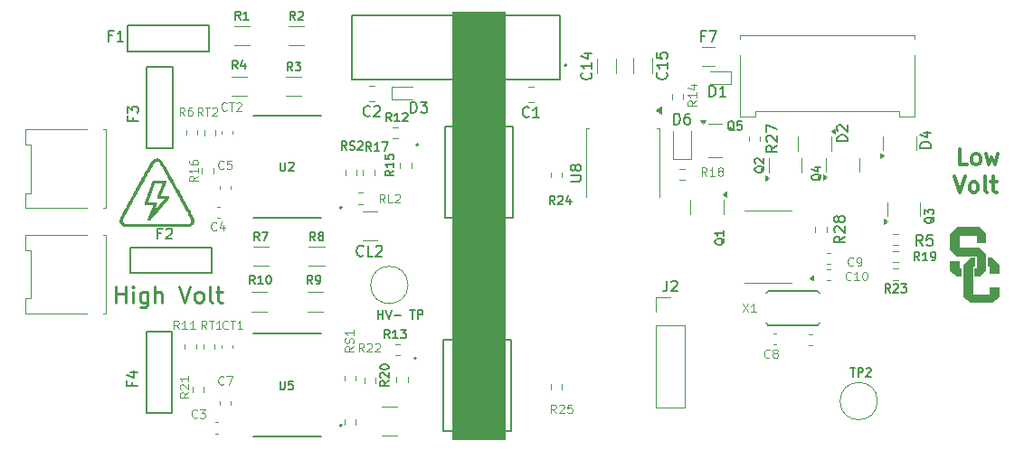
<source format=gbr>
%TF.GenerationSoftware,KiCad,Pcbnew,9.0.4*%
%TF.CreationDate,2026-01-13T11:47:29-08:00*%
%TF.ProjectId,2026Precharge,32303236-5072-4656-9368-617267652e6b,rev?*%
%TF.SameCoordinates,Original*%
%TF.FileFunction,Legend,Top*%
%TF.FilePolarity,Positive*%
%FSLAX46Y46*%
G04 Gerber Fmt 4.6, Leading zero omitted, Abs format (unit mm)*
G04 Created by KiCad (PCBNEW 9.0.4) date 2026-01-13 11:47:29*
%MOMM*%
%LPD*%
G01*
G04 APERTURE LIST*
%ADD10C,0.100000*%
%ADD11C,0.250000*%
%ADD12C,0.300000*%
%ADD13C,0.200000*%
%ADD14C,0.150000*%
%ADD15C,0.125000*%
%ADD16C,0.120000*%
%ADD17C,0.127000*%
%ADD18C,0.000000*%
G04 APERTURE END LIST*
D10*
X144487500Y-110630000D02*
X149400000Y-110630000D01*
X149400000Y-150620000D01*
X144487500Y-150620000D01*
X144487500Y-110630000D01*
G36*
X144487500Y-110630000D02*
G01*
X149400000Y-110630000D01*
X149400000Y-150620000D01*
X144487500Y-150620000D01*
X144487500Y-110630000D01*
G37*
D11*
X113001615Y-137833428D02*
X113001615Y-136333428D01*
X113001615Y-137047714D02*
X113858758Y-137047714D01*
X113858758Y-137833428D02*
X113858758Y-136333428D01*
X114573044Y-137833428D02*
X114573044Y-136833428D01*
X114573044Y-136333428D02*
X114501616Y-136404857D01*
X114501616Y-136404857D02*
X114573044Y-136476285D01*
X114573044Y-136476285D02*
X114644473Y-136404857D01*
X114644473Y-136404857D02*
X114573044Y-136333428D01*
X114573044Y-136333428D02*
X114573044Y-136476285D01*
X115930188Y-136833428D02*
X115930188Y-138047714D01*
X115930188Y-138047714D02*
X115858759Y-138190571D01*
X115858759Y-138190571D02*
X115787330Y-138262000D01*
X115787330Y-138262000D02*
X115644473Y-138333428D01*
X115644473Y-138333428D02*
X115430188Y-138333428D01*
X115430188Y-138333428D02*
X115287330Y-138262000D01*
X115930188Y-137762000D02*
X115787330Y-137833428D01*
X115787330Y-137833428D02*
X115501616Y-137833428D01*
X115501616Y-137833428D02*
X115358759Y-137762000D01*
X115358759Y-137762000D02*
X115287330Y-137690571D01*
X115287330Y-137690571D02*
X115215902Y-137547714D01*
X115215902Y-137547714D02*
X115215902Y-137119142D01*
X115215902Y-137119142D02*
X115287330Y-136976285D01*
X115287330Y-136976285D02*
X115358759Y-136904857D01*
X115358759Y-136904857D02*
X115501616Y-136833428D01*
X115501616Y-136833428D02*
X115787330Y-136833428D01*
X115787330Y-136833428D02*
X115930188Y-136904857D01*
X116644473Y-137833428D02*
X116644473Y-136333428D01*
X117287331Y-137833428D02*
X117287331Y-137047714D01*
X117287331Y-137047714D02*
X117215902Y-136904857D01*
X117215902Y-136904857D02*
X117073045Y-136833428D01*
X117073045Y-136833428D02*
X116858759Y-136833428D01*
X116858759Y-136833428D02*
X116715902Y-136904857D01*
X116715902Y-136904857D02*
X116644473Y-136976285D01*
X118930188Y-136333428D02*
X119430188Y-137833428D01*
X119430188Y-137833428D02*
X119930188Y-136333428D01*
X120644473Y-137833428D02*
X120501616Y-137762000D01*
X120501616Y-137762000D02*
X120430187Y-137690571D01*
X120430187Y-137690571D02*
X120358759Y-137547714D01*
X120358759Y-137547714D02*
X120358759Y-137119142D01*
X120358759Y-137119142D02*
X120430187Y-136976285D01*
X120430187Y-136976285D02*
X120501616Y-136904857D01*
X120501616Y-136904857D02*
X120644473Y-136833428D01*
X120644473Y-136833428D02*
X120858759Y-136833428D01*
X120858759Y-136833428D02*
X121001616Y-136904857D01*
X121001616Y-136904857D02*
X121073045Y-136976285D01*
X121073045Y-136976285D02*
X121144473Y-137119142D01*
X121144473Y-137119142D02*
X121144473Y-137547714D01*
X121144473Y-137547714D02*
X121073045Y-137690571D01*
X121073045Y-137690571D02*
X121001616Y-137762000D01*
X121001616Y-137762000D02*
X120858759Y-137833428D01*
X120858759Y-137833428D02*
X120644473Y-137833428D01*
X122001616Y-137833428D02*
X121858759Y-137762000D01*
X121858759Y-137762000D02*
X121787330Y-137619142D01*
X121787330Y-137619142D02*
X121787330Y-136333428D01*
X122358759Y-136833428D02*
X122930187Y-136833428D01*
X122573044Y-136333428D02*
X122573044Y-137619142D01*
X122573044Y-137619142D02*
X122644473Y-137762000D01*
X122644473Y-137762000D02*
X122787330Y-137833428D01*
X122787330Y-137833428D02*
X122930187Y-137833428D01*
D12*
X192668796Y-124940828D02*
X191954510Y-124940828D01*
X191954510Y-124940828D02*
X191954510Y-123440828D01*
X193383082Y-124940828D02*
X193240225Y-124869400D01*
X193240225Y-124869400D02*
X193168796Y-124797971D01*
X193168796Y-124797971D02*
X193097368Y-124655114D01*
X193097368Y-124655114D02*
X193097368Y-124226542D01*
X193097368Y-124226542D02*
X193168796Y-124083685D01*
X193168796Y-124083685D02*
X193240225Y-124012257D01*
X193240225Y-124012257D02*
X193383082Y-123940828D01*
X193383082Y-123940828D02*
X193597368Y-123940828D01*
X193597368Y-123940828D02*
X193740225Y-124012257D01*
X193740225Y-124012257D02*
X193811654Y-124083685D01*
X193811654Y-124083685D02*
X193883082Y-124226542D01*
X193883082Y-124226542D02*
X193883082Y-124655114D01*
X193883082Y-124655114D02*
X193811654Y-124797971D01*
X193811654Y-124797971D02*
X193740225Y-124869400D01*
X193740225Y-124869400D02*
X193597368Y-124940828D01*
X193597368Y-124940828D02*
X193383082Y-124940828D01*
X194383082Y-123940828D02*
X194668797Y-124940828D01*
X194668797Y-124940828D02*
X194954511Y-124226542D01*
X194954511Y-124226542D02*
X195240225Y-124940828D01*
X195240225Y-124940828D02*
X195525939Y-123940828D01*
X191450225Y-126050828D02*
X191950225Y-127550828D01*
X191950225Y-127550828D02*
X192450225Y-126050828D01*
X193164510Y-127550828D02*
X193021653Y-127479400D01*
X193021653Y-127479400D02*
X192950224Y-127407971D01*
X192950224Y-127407971D02*
X192878796Y-127265114D01*
X192878796Y-127265114D02*
X192878796Y-126836542D01*
X192878796Y-126836542D02*
X192950224Y-126693685D01*
X192950224Y-126693685D02*
X193021653Y-126622257D01*
X193021653Y-126622257D02*
X193164510Y-126550828D01*
X193164510Y-126550828D02*
X193378796Y-126550828D01*
X193378796Y-126550828D02*
X193521653Y-126622257D01*
X193521653Y-126622257D02*
X193593082Y-126693685D01*
X193593082Y-126693685D02*
X193664510Y-126836542D01*
X193664510Y-126836542D02*
X193664510Y-127265114D01*
X193664510Y-127265114D02*
X193593082Y-127407971D01*
X193593082Y-127407971D02*
X193521653Y-127479400D01*
X193521653Y-127479400D02*
X193378796Y-127550828D01*
X193378796Y-127550828D02*
X193164510Y-127550828D01*
X194521653Y-127550828D02*
X194378796Y-127479400D01*
X194378796Y-127479400D02*
X194307367Y-127336542D01*
X194307367Y-127336542D02*
X194307367Y-126050828D01*
X194878796Y-126550828D02*
X195450224Y-126550828D01*
X195093081Y-126050828D02*
X195093081Y-127336542D01*
X195093081Y-127336542D02*
X195164510Y-127479400D01*
X195164510Y-127479400D02*
X195307367Y-127550828D01*
X195307367Y-127550828D02*
X195450224Y-127550828D01*
D13*
X137512054Y-139381695D02*
X137512054Y-138581695D01*
X137512054Y-138962647D02*
X137969197Y-138962647D01*
X137969197Y-139381695D02*
X137969197Y-138581695D01*
X138235863Y-138581695D02*
X138502530Y-139381695D01*
X138502530Y-139381695D02*
X138769196Y-138581695D01*
X139035863Y-139076933D02*
X139645387Y-139076933D01*
X140521577Y-138581695D02*
X140978720Y-138581695D01*
X140750148Y-139381695D02*
X140750148Y-138581695D01*
X141245387Y-139381695D02*
X141245387Y-138581695D01*
X141245387Y-138581695D02*
X141550149Y-138581695D01*
X141550149Y-138581695D02*
X141626339Y-138619790D01*
X141626339Y-138619790D02*
X141664434Y-138657885D01*
X141664434Y-138657885D02*
X141702530Y-138734076D01*
X141702530Y-138734076D02*
X141702530Y-138848361D01*
X141702530Y-138848361D02*
X141664434Y-138924552D01*
X141664434Y-138924552D02*
X141626339Y-138962647D01*
X141626339Y-138962647D02*
X141550149Y-139000742D01*
X141550149Y-139000742D02*
X141245387Y-139000742D01*
D14*
X181184819Y-131662857D02*
X180708628Y-131996190D01*
X181184819Y-132234285D02*
X180184819Y-132234285D01*
X180184819Y-132234285D02*
X180184819Y-131853333D01*
X180184819Y-131853333D02*
X180232438Y-131758095D01*
X180232438Y-131758095D02*
X180280057Y-131710476D01*
X180280057Y-131710476D02*
X180375295Y-131662857D01*
X180375295Y-131662857D02*
X180518152Y-131662857D01*
X180518152Y-131662857D02*
X180613390Y-131710476D01*
X180613390Y-131710476D02*
X180661009Y-131758095D01*
X180661009Y-131758095D02*
X180708628Y-131853333D01*
X180708628Y-131853333D02*
X180708628Y-132234285D01*
X180280057Y-131281904D02*
X180232438Y-131234285D01*
X180232438Y-131234285D02*
X180184819Y-131139047D01*
X180184819Y-131139047D02*
X180184819Y-130900952D01*
X180184819Y-130900952D02*
X180232438Y-130805714D01*
X180232438Y-130805714D02*
X180280057Y-130758095D01*
X180280057Y-130758095D02*
X180375295Y-130710476D01*
X180375295Y-130710476D02*
X180470533Y-130710476D01*
X180470533Y-130710476D02*
X180613390Y-130758095D01*
X180613390Y-130758095D02*
X181184819Y-131329523D01*
X181184819Y-131329523D02*
X181184819Y-130710476D01*
X180613390Y-130139047D02*
X180565771Y-130234285D01*
X180565771Y-130234285D02*
X180518152Y-130281904D01*
X180518152Y-130281904D02*
X180422914Y-130329523D01*
X180422914Y-130329523D02*
X180375295Y-130329523D01*
X180375295Y-130329523D02*
X180280057Y-130281904D01*
X180280057Y-130281904D02*
X180232438Y-130234285D01*
X180232438Y-130234285D02*
X180184819Y-130139047D01*
X180184819Y-130139047D02*
X180184819Y-129948571D01*
X180184819Y-129948571D02*
X180232438Y-129853333D01*
X180232438Y-129853333D02*
X180280057Y-129805714D01*
X180280057Y-129805714D02*
X180375295Y-129758095D01*
X180375295Y-129758095D02*
X180422914Y-129758095D01*
X180422914Y-129758095D02*
X180518152Y-129805714D01*
X180518152Y-129805714D02*
X180565771Y-129853333D01*
X180565771Y-129853333D02*
X180613390Y-129948571D01*
X180613390Y-129948571D02*
X180613390Y-130139047D01*
X180613390Y-130139047D02*
X180661009Y-130234285D01*
X180661009Y-130234285D02*
X180708628Y-130281904D01*
X180708628Y-130281904D02*
X180803866Y-130329523D01*
X180803866Y-130329523D02*
X180994342Y-130329523D01*
X180994342Y-130329523D02*
X181089580Y-130281904D01*
X181089580Y-130281904D02*
X181137200Y-130234285D01*
X181137200Y-130234285D02*
X181184819Y-130139047D01*
X181184819Y-130139047D02*
X181184819Y-129948571D01*
X181184819Y-129948571D02*
X181137200Y-129853333D01*
X181137200Y-129853333D02*
X181089580Y-129805714D01*
X181089580Y-129805714D02*
X180994342Y-129758095D01*
X180994342Y-129758095D02*
X180803866Y-129758095D01*
X180803866Y-129758095D02*
X180708628Y-129805714D01*
X180708628Y-129805714D02*
X180661009Y-129853333D01*
X180661009Y-129853333D02*
X180613390Y-129948571D01*
X168539405Y-118544819D02*
X168539405Y-117544819D01*
X168539405Y-117544819D02*
X168777500Y-117544819D01*
X168777500Y-117544819D02*
X168920357Y-117592438D01*
X168920357Y-117592438D02*
X169015595Y-117687676D01*
X169015595Y-117687676D02*
X169063214Y-117782914D01*
X169063214Y-117782914D02*
X169110833Y-117973390D01*
X169110833Y-117973390D02*
X169110833Y-118116247D01*
X169110833Y-118116247D02*
X169063214Y-118306723D01*
X169063214Y-118306723D02*
X169015595Y-118401961D01*
X169015595Y-118401961D02*
X168920357Y-118497200D01*
X168920357Y-118497200D02*
X168777500Y-118544819D01*
X168777500Y-118544819D02*
X168539405Y-118544819D01*
X170063214Y-118544819D02*
X169491786Y-118544819D01*
X169777500Y-118544819D02*
X169777500Y-117544819D01*
X169777500Y-117544819D02*
X169682262Y-117687676D01*
X169682262Y-117687676D02*
X169587024Y-117782914D01*
X169587024Y-117782914D02*
X169491786Y-117830533D01*
D15*
X120546667Y-148597404D02*
X120508571Y-148635500D01*
X120508571Y-148635500D02*
X120394286Y-148673595D01*
X120394286Y-148673595D02*
X120318095Y-148673595D01*
X120318095Y-148673595D02*
X120203809Y-148635500D01*
X120203809Y-148635500D02*
X120127619Y-148559309D01*
X120127619Y-148559309D02*
X120089524Y-148483119D01*
X120089524Y-148483119D02*
X120051428Y-148330738D01*
X120051428Y-148330738D02*
X120051428Y-148216452D01*
X120051428Y-148216452D02*
X120089524Y-148064071D01*
X120089524Y-148064071D02*
X120127619Y-147987880D01*
X120127619Y-147987880D02*
X120203809Y-147911690D01*
X120203809Y-147911690D02*
X120318095Y-147873595D01*
X120318095Y-147873595D02*
X120394286Y-147873595D01*
X120394286Y-147873595D02*
X120508571Y-147911690D01*
X120508571Y-147911690D02*
X120546667Y-147949785D01*
X120813333Y-147873595D02*
X121308571Y-147873595D01*
X121308571Y-147873595D02*
X121041905Y-148178357D01*
X121041905Y-148178357D02*
X121156190Y-148178357D01*
X121156190Y-148178357D02*
X121232381Y-148216452D01*
X121232381Y-148216452D02*
X121270476Y-148254547D01*
X121270476Y-148254547D02*
X121308571Y-148330738D01*
X121308571Y-148330738D02*
X121308571Y-148521214D01*
X121308571Y-148521214D02*
X121270476Y-148597404D01*
X121270476Y-148597404D02*
X121232381Y-148635500D01*
X121232381Y-148635500D02*
X121156190Y-148673595D01*
X121156190Y-148673595D02*
X120927619Y-148673595D01*
X120927619Y-148673595D02*
X120851428Y-148635500D01*
X120851428Y-148635500D02*
X120813333Y-148597404D01*
D14*
X173655985Y-125078690D02*
X173617890Y-125154880D01*
X173617890Y-125154880D02*
X173541700Y-125231071D01*
X173541700Y-125231071D02*
X173427414Y-125345357D01*
X173427414Y-125345357D02*
X173389319Y-125421547D01*
X173389319Y-125421547D02*
X173389319Y-125497738D01*
X173579795Y-125459642D02*
X173541700Y-125535833D01*
X173541700Y-125535833D02*
X173465509Y-125612023D01*
X173465509Y-125612023D02*
X173313128Y-125650119D01*
X173313128Y-125650119D02*
X173046461Y-125650119D01*
X173046461Y-125650119D02*
X172894080Y-125612023D01*
X172894080Y-125612023D02*
X172817890Y-125535833D01*
X172817890Y-125535833D02*
X172779795Y-125459642D01*
X172779795Y-125459642D02*
X172779795Y-125307261D01*
X172779795Y-125307261D02*
X172817890Y-125231071D01*
X172817890Y-125231071D02*
X172894080Y-125154880D01*
X172894080Y-125154880D02*
X173046461Y-125116785D01*
X173046461Y-125116785D02*
X173313128Y-125116785D01*
X173313128Y-125116785D02*
X173465509Y-125154880D01*
X173465509Y-125154880D02*
X173541700Y-125231071D01*
X173541700Y-125231071D02*
X173579795Y-125307261D01*
X173579795Y-125307261D02*
X173579795Y-125459642D01*
X172855985Y-124812024D02*
X172817890Y-124773928D01*
X172817890Y-124773928D02*
X172779795Y-124697738D01*
X172779795Y-124697738D02*
X172779795Y-124507262D01*
X172779795Y-124507262D02*
X172817890Y-124431071D01*
X172817890Y-124431071D02*
X172855985Y-124392976D01*
X172855985Y-124392976D02*
X172932176Y-124354881D01*
X172932176Y-124354881D02*
X173008366Y-124354881D01*
X173008366Y-124354881D02*
X173122652Y-124392976D01*
X173122652Y-124392976D02*
X173579795Y-124850119D01*
X173579795Y-124850119D02*
X173579795Y-124354881D01*
X181710476Y-143982295D02*
X182167619Y-143982295D01*
X181939047Y-144782295D02*
X181939047Y-143982295D01*
X182434286Y-144782295D02*
X182434286Y-143982295D01*
X182434286Y-143982295D02*
X182739048Y-143982295D01*
X182739048Y-143982295D02*
X182815238Y-144020390D01*
X182815238Y-144020390D02*
X182853333Y-144058485D01*
X182853333Y-144058485D02*
X182891429Y-144134676D01*
X182891429Y-144134676D02*
X182891429Y-144248961D01*
X182891429Y-144248961D02*
X182853333Y-144325152D01*
X182853333Y-144325152D02*
X182815238Y-144363247D01*
X182815238Y-144363247D02*
X182739048Y-144401342D01*
X182739048Y-144401342D02*
X182434286Y-144401342D01*
X183196190Y-144058485D02*
X183234286Y-144020390D01*
X183234286Y-144020390D02*
X183310476Y-143982295D01*
X183310476Y-143982295D02*
X183500952Y-143982295D01*
X183500952Y-143982295D02*
X183577143Y-144020390D01*
X183577143Y-144020390D02*
X183615238Y-144058485D01*
X183615238Y-144058485D02*
X183653333Y-144134676D01*
X183653333Y-144134676D02*
X183653333Y-144210866D01*
X183653333Y-144210866D02*
X183615238Y-144325152D01*
X183615238Y-144325152D02*
X183158095Y-144782295D01*
X183158095Y-144782295D02*
X183653333Y-144782295D01*
D15*
X123041667Y-125287404D02*
X123003571Y-125325500D01*
X123003571Y-125325500D02*
X122889286Y-125363595D01*
X122889286Y-125363595D02*
X122813095Y-125363595D01*
X122813095Y-125363595D02*
X122698809Y-125325500D01*
X122698809Y-125325500D02*
X122622619Y-125249309D01*
X122622619Y-125249309D02*
X122584524Y-125173119D01*
X122584524Y-125173119D02*
X122546428Y-125020738D01*
X122546428Y-125020738D02*
X122546428Y-124906452D01*
X122546428Y-124906452D02*
X122584524Y-124754071D01*
X122584524Y-124754071D02*
X122622619Y-124677880D01*
X122622619Y-124677880D02*
X122698809Y-124601690D01*
X122698809Y-124601690D02*
X122813095Y-124563595D01*
X122813095Y-124563595D02*
X122889286Y-124563595D01*
X122889286Y-124563595D02*
X123003571Y-124601690D01*
X123003571Y-124601690D02*
X123041667Y-124639785D01*
X123765476Y-124563595D02*
X123384524Y-124563595D01*
X123384524Y-124563595D02*
X123346428Y-124944547D01*
X123346428Y-124944547D02*
X123384524Y-124906452D01*
X123384524Y-124906452D02*
X123460714Y-124868357D01*
X123460714Y-124868357D02*
X123651190Y-124868357D01*
X123651190Y-124868357D02*
X123727381Y-124906452D01*
X123727381Y-124906452D02*
X123765476Y-124944547D01*
X123765476Y-124944547D02*
X123803571Y-125020738D01*
X123803571Y-125020738D02*
X123803571Y-125211214D01*
X123803571Y-125211214D02*
X123765476Y-125287404D01*
X123765476Y-125287404D02*
X123727381Y-125325500D01*
X123727381Y-125325500D02*
X123651190Y-125363595D01*
X123651190Y-125363595D02*
X123460714Y-125363595D01*
X123460714Y-125363595D02*
X123384524Y-125325500D01*
X123384524Y-125325500D02*
X123346428Y-125287404D01*
D14*
X138512295Y-145194285D02*
X138131342Y-145460952D01*
X138512295Y-145651428D02*
X137712295Y-145651428D01*
X137712295Y-145651428D02*
X137712295Y-145346666D01*
X137712295Y-145346666D02*
X137750390Y-145270476D01*
X137750390Y-145270476D02*
X137788485Y-145232381D01*
X137788485Y-145232381D02*
X137864676Y-145194285D01*
X137864676Y-145194285D02*
X137978961Y-145194285D01*
X137978961Y-145194285D02*
X138055152Y-145232381D01*
X138055152Y-145232381D02*
X138093247Y-145270476D01*
X138093247Y-145270476D02*
X138131342Y-145346666D01*
X138131342Y-145346666D02*
X138131342Y-145651428D01*
X137788485Y-144889524D02*
X137750390Y-144851428D01*
X137750390Y-144851428D02*
X137712295Y-144775238D01*
X137712295Y-144775238D02*
X137712295Y-144584762D01*
X137712295Y-144584762D02*
X137750390Y-144508571D01*
X137750390Y-144508571D02*
X137788485Y-144470476D01*
X137788485Y-144470476D02*
X137864676Y-144432381D01*
X137864676Y-144432381D02*
X137940866Y-144432381D01*
X137940866Y-144432381D02*
X138055152Y-144470476D01*
X138055152Y-144470476D02*
X138512295Y-144927619D01*
X138512295Y-144927619D02*
X138512295Y-144432381D01*
X137712295Y-143937142D02*
X137712295Y-143860952D01*
X137712295Y-143860952D02*
X137750390Y-143784761D01*
X137750390Y-143784761D02*
X137788485Y-143746666D01*
X137788485Y-143746666D02*
X137864676Y-143708571D01*
X137864676Y-143708571D02*
X138017057Y-143670476D01*
X138017057Y-143670476D02*
X138207533Y-143670476D01*
X138207533Y-143670476D02*
X138359914Y-143708571D01*
X138359914Y-143708571D02*
X138436104Y-143746666D01*
X138436104Y-143746666D02*
X138474200Y-143784761D01*
X138474200Y-143784761D02*
X138512295Y-143860952D01*
X138512295Y-143860952D02*
X138512295Y-143937142D01*
X138512295Y-143937142D02*
X138474200Y-144013333D01*
X138474200Y-144013333D02*
X138436104Y-144051428D01*
X138436104Y-144051428D02*
X138359914Y-144089523D01*
X138359914Y-144089523D02*
X138207533Y-144127619D01*
X138207533Y-144127619D02*
X138017057Y-144127619D01*
X138017057Y-144127619D02*
X137864676Y-144089523D01*
X137864676Y-144089523D02*
X137788485Y-144051428D01*
X137788485Y-144051428D02*
X137750390Y-144013333D01*
X137750390Y-144013333D02*
X137712295Y-143937142D01*
D15*
X123059167Y-145489904D02*
X123021071Y-145528000D01*
X123021071Y-145528000D02*
X122906786Y-145566095D01*
X122906786Y-145566095D02*
X122830595Y-145566095D01*
X122830595Y-145566095D02*
X122716309Y-145528000D01*
X122716309Y-145528000D02*
X122640119Y-145451809D01*
X122640119Y-145451809D02*
X122602024Y-145375619D01*
X122602024Y-145375619D02*
X122563928Y-145223238D01*
X122563928Y-145223238D02*
X122563928Y-145108952D01*
X122563928Y-145108952D02*
X122602024Y-144956571D01*
X122602024Y-144956571D02*
X122640119Y-144880380D01*
X122640119Y-144880380D02*
X122716309Y-144804190D01*
X122716309Y-144804190D02*
X122830595Y-144766095D01*
X122830595Y-144766095D02*
X122906786Y-144766095D01*
X122906786Y-144766095D02*
X123021071Y-144804190D01*
X123021071Y-144804190D02*
X123059167Y-144842285D01*
X123325833Y-144766095D02*
X123859167Y-144766095D01*
X123859167Y-144766095D02*
X123516309Y-145566095D01*
D10*
X181976667Y-134368704D02*
X181938571Y-134406800D01*
X181938571Y-134406800D02*
X181824286Y-134444895D01*
X181824286Y-134444895D02*
X181748095Y-134444895D01*
X181748095Y-134444895D02*
X181633809Y-134406800D01*
X181633809Y-134406800D02*
X181557619Y-134330609D01*
X181557619Y-134330609D02*
X181519524Y-134254419D01*
X181519524Y-134254419D02*
X181481428Y-134102038D01*
X181481428Y-134102038D02*
X181481428Y-133987752D01*
X181481428Y-133987752D02*
X181519524Y-133835371D01*
X181519524Y-133835371D02*
X181557619Y-133759180D01*
X181557619Y-133759180D02*
X181633809Y-133682990D01*
X181633809Y-133682990D02*
X181748095Y-133644895D01*
X181748095Y-133644895D02*
X181824286Y-133644895D01*
X181824286Y-133644895D02*
X181938571Y-133682990D01*
X181938571Y-133682990D02*
X181976667Y-133721085D01*
X182357619Y-134444895D02*
X182510000Y-134444895D01*
X182510000Y-134444895D02*
X182586190Y-134406800D01*
X182586190Y-134406800D02*
X182624286Y-134368704D01*
X182624286Y-134368704D02*
X182700476Y-134254419D01*
X182700476Y-134254419D02*
X182738571Y-134102038D01*
X182738571Y-134102038D02*
X182738571Y-133797276D01*
X182738571Y-133797276D02*
X182700476Y-133721085D01*
X182700476Y-133721085D02*
X182662381Y-133682990D01*
X182662381Y-133682990D02*
X182586190Y-133644895D01*
X182586190Y-133644895D02*
X182433809Y-133644895D01*
X182433809Y-133644895D02*
X182357619Y-133682990D01*
X182357619Y-133682990D02*
X182319524Y-133721085D01*
X182319524Y-133721085D02*
X182281428Y-133797276D01*
X182281428Y-133797276D02*
X182281428Y-133987752D01*
X182281428Y-133987752D02*
X182319524Y-134063942D01*
X182319524Y-134063942D02*
X182357619Y-134102038D01*
X182357619Y-134102038D02*
X182433809Y-134140133D01*
X182433809Y-134140133D02*
X182586190Y-134140133D01*
X182586190Y-134140133D02*
X182662381Y-134102038D01*
X182662381Y-134102038D02*
X182700476Y-134063942D01*
X182700476Y-134063942D02*
X182738571Y-133987752D01*
D14*
X114476009Y-145338333D02*
X114476009Y-145671666D01*
X114999819Y-145671666D02*
X113999819Y-145671666D01*
X113999819Y-145671666D02*
X113999819Y-145195476D01*
X114333152Y-144385952D02*
X114999819Y-144385952D01*
X113952200Y-144624047D02*
X114666485Y-144862142D01*
X114666485Y-144862142D02*
X114666485Y-144243095D01*
X189548485Y-129836190D02*
X189510390Y-129912380D01*
X189510390Y-129912380D02*
X189434200Y-129988571D01*
X189434200Y-129988571D02*
X189319914Y-130102857D01*
X189319914Y-130102857D02*
X189281819Y-130179047D01*
X189281819Y-130179047D02*
X189281819Y-130255238D01*
X189472295Y-130217142D02*
X189434200Y-130293333D01*
X189434200Y-130293333D02*
X189358009Y-130369523D01*
X189358009Y-130369523D02*
X189205628Y-130407619D01*
X189205628Y-130407619D02*
X188938961Y-130407619D01*
X188938961Y-130407619D02*
X188786580Y-130369523D01*
X188786580Y-130369523D02*
X188710390Y-130293333D01*
X188710390Y-130293333D02*
X188672295Y-130217142D01*
X188672295Y-130217142D02*
X188672295Y-130064761D01*
X188672295Y-130064761D02*
X188710390Y-129988571D01*
X188710390Y-129988571D02*
X188786580Y-129912380D01*
X188786580Y-129912380D02*
X188938961Y-129874285D01*
X188938961Y-129874285D02*
X189205628Y-129874285D01*
X189205628Y-129874285D02*
X189358009Y-129912380D01*
X189358009Y-129912380D02*
X189434200Y-129988571D01*
X189434200Y-129988571D02*
X189472295Y-130064761D01*
X189472295Y-130064761D02*
X189472295Y-130217142D01*
X188672295Y-129607619D02*
X188672295Y-129112381D01*
X188672295Y-129112381D02*
X188977057Y-129379047D01*
X188977057Y-129379047D02*
X188977057Y-129264762D01*
X188977057Y-129264762D02*
X189015152Y-129188571D01*
X189015152Y-129188571D02*
X189053247Y-129150476D01*
X189053247Y-129150476D02*
X189129438Y-129112381D01*
X189129438Y-129112381D02*
X189319914Y-129112381D01*
X189319914Y-129112381D02*
X189396104Y-129150476D01*
X189396104Y-129150476D02*
X189434200Y-129188571D01*
X189434200Y-129188571D02*
X189472295Y-129264762D01*
X189472295Y-129264762D02*
X189472295Y-129493333D01*
X189472295Y-129493333D02*
X189434200Y-129569524D01*
X189434200Y-129569524D02*
X189396104Y-129607619D01*
X136865714Y-123642295D02*
X136599047Y-123261342D01*
X136408571Y-123642295D02*
X136408571Y-122842295D01*
X136408571Y-122842295D02*
X136713333Y-122842295D01*
X136713333Y-122842295D02*
X136789523Y-122880390D01*
X136789523Y-122880390D02*
X136827618Y-122918485D01*
X136827618Y-122918485D02*
X136865714Y-122994676D01*
X136865714Y-122994676D02*
X136865714Y-123108961D01*
X136865714Y-123108961D02*
X136827618Y-123185152D01*
X136827618Y-123185152D02*
X136789523Y-123223247D01*
X136789523Y-123223247D02*
X136713333Y-123261342D01*
X136713333Y-123261342D02*
X136408571Y-123261342D01*
X137627618Y-123642295D02*
X137170475Y-123642295D01*
X137399047Y-123642295D02*
X137399047Y-122842295D01*
X137399047Y-122842295D02*
X137322856Y-122956580D01*
X137322856Y-122956580D02*
X137246666Y-123032771D01*
X137246666Y-123032771D02*
X137170475Y-123070866D01*
X137894285Y-122842295D02*
X138427619Y-122842295D01*
X138427619Y-122842295D02*
X138084761Y-123642295D01*
D15*
X118878214Y-140366095D02*
X118611547Y-139985142D01*
X118421071Y-140366095D02*
X118421071Y-139566095D01*
X118421071Y-139566095D02*
X118725833Y-139566095D01*
X118725833Y-139566095D02*
X118802023Y-139604190D01*
X118802023Y-139604190D02*
X118840118Y-139642285D01*
X118840118Y-139642285D02*
X118878214Y-139718476D01*
X118878214Y-139718476D02*
X118878214Y-139832761D01*
X118878214Y-139832761D02*
X118840118Y-139908952D01*
X118840118Y-139908952D02*
X118802023Y-139947047D01*
X118802023Y-139947047D02*
X118725833Y-139985142D01*
X118725833Y-139985142D02*
X118421071Y-139985142D01*
X119640118Y-140366095D02*
X119182975Y-140366095D01*
X119411547Y-140366095D02*
X119411547Y-139566095D01*
X119411547Y-139566095D02*
X119335356Y-139680380D01*
X119335356Y-139680380D02*
X119259166Y-139756571D01*
X119259166Y-139756571D02*
X119182975Y-139794666D01*
X120402023Y-140366095D02*
X119944880Y-140366095D01*
X120173452Y-140366095D02*
X120173452Y-139566095D01*
X120173452Y-139566095D02*
X120097261Y-139680380D01*
X120097261Y-139680380D02*
X120021071Y-139756571D01*
X120021071Y-139756571D02*
X119944880Y-139794666D01*
D14*
X114546009Y-120518333D02*
X114546009Y-120851666D01*
X115069819Y-120851666D02*
X114069819Y-120851666D01*
X114069819Y-120851666D02*
X114069819Y-120375476D01*
X114069819Y-120089761D02*
X114069819Y-119470714D01*
X114069819Y-119470714D02*
X114450771Y-119804047D01*
X114450771Y-119804047D02*
X114450771Y-119661190D01*
X114450771Y-119661190D02*
X114498390Y-119565952D01*
X114498390Y-119565952D02*
X114546009Y-119518333D01*
X114546009Y-119518333D02*
X114641247Y-119470714D01*
X114641247Y-119470714D02*
X114879342Y-119470714D01*
X114879342Y-119470714D02*
X114974580Y-119518333D01*
X114974580Y-119518333D02*
X115022200Y-119565952D01*
X115022200Y-119565952D02*
X115069819Y-119661190D01*
X115069819Y-119661190D02*
X115069819Y-119946904D01*
X115069819Y-119946904D02*
X115022200Y-120042142D01*
X115022200Y-120042142D02*
X114974580Y-120089761D01*
X178988485Y-125826190D02*
X178950390Y-125902380D01*
X178950390Y-125902380D02*
X178874200Y-125978571D01*
X178874200Y-125978571D02*
X178759914Y-126092857D01*
X178759914Y-126092857D02*
X178721819Y-126169047D01*
X178721819Y-126169047D02*
X178721819Y-126245238D01*
X178912295Y-126207142D02*
X178874200Y-126283333D01*
X178874200Y-126283333D02*
X178798009Y-126359523D01*
X178798009Y-126359523D02*
X178645628Y-126397619D01*
X178645628Y-126397619D02*
X178378961Y-126397619D01*
X178378961Y-126397619D02*
X178226580Y-126359523D01*
X178226580Y-126359523D02*
X178150390Y-126283333D01*
X178150390Y-126283333D02*
X178112295Y-126207142D01*
X178112295Y-126207142D02*
X178112295Y-126054761D01*
X178112295Y-126054761D02*
X178150390Y-125978571D01*
X178150390Y-125978571D02*
X178226580Y-125902380D01*
X178226580Y-125902380D02*
X178378961Y-125864285D01*
X178378961Y-125864285D02*
X178645628Y-125864285D01*
X178645628Y-125864285D02*
X178798009Y-125902380D01*
X178798009Y-125902380D02*
X178874200Y-125978571D01*
X178874200Y-125978571D02*
X178912295Y-126054761D01*
X178912295Y-126054761D02*
X178912295Y-126207142D01*
X178378961Y-125178571D02*
X178912295Y-125178571D01*
X178074200Y-125369047D02*
X178645628Y-125559524D01*
X178645628Y-125559524D02*
X178645628Y-125064285D01*
X136128571Y-133419580D02*
X136080952Y-133467200D01*
X136080952Y-133467200D02*
X135938095Y-133514819D01*
X135938095Y-133514819D02*
X135842857Y-133514819D01*
X135842857Y-133514819D02*
X135700000Y-133467200D01*
X135700000Y-133467200D02*
X135604762Y-133371961D01*
X135604762Y-133371961D02*
X135557143Y-133276723D01*
X135557143Y-133276723D02*
X135509524Y-133086247D01*
X135509524Y-133086247D02*
X135509524Y-132943390D01*
X135509524Y-132943390D02*
X135557143Y-132752914D01*
X135557143Y-132752914D02*
X135604762Y-132657676D01*
X135604762Y-132657676D02*
X135700000Y-132562438D01*
X135700000Y-132562438D02*
X135842857Y-132514819D01*
X135842857Y-132514819D02*
X135938095Y-132514819D01*
X135938095Y-132514819D02*
X136080952Y-132562438D01*
X136080952Y-132562438D02*
X136128571Y-132610057D01*
X137033333Y-133514819D02*
X136557143Y-133514819D01*
X136557143Y-133514819D02*
X136557143Y-132514819D01*
X137319048Y-132610057D02*
X137366667Y-132562438D01*
X137366667Y-132562438D02*
X137461905Y-132514819D01*
X137461905Y-132514819D02*
X137700000Y-132514819D01*
X137700000Y-132514819D02*
X137795238Y-132562438D01*
X137795238Y-132562438D02*
X137842857Y-132610057D01*
X137842857Y-132610057D02*
X137890476Y-132705295D01*
X137890476Y-132705295D02*
X137890476Y-132800533D01*
X137890476Y-132800533D02*
X137842857Y-132943390D01*
X137842857Y-132943390D02*
X137271429Y-133514819D01*
X137271429Y-133514819D02*
X137890476Y-133514819D01*
X136773333Y-120329580D02*
X136725714Y-120377200D01*
X136725714Y-120377200D02*
X136582857Y-120424819D01*
X136582857Y-120424819D02*
X136487619Y-120424819D01*
X136487619Y-120424819D02*
X136344762Y-120377200D01*
X136344762Y-120377200D02*
X136249524Y-120281961D01*
X136249524Y-120281961D02*
X136201905Y-120186723D01*
X136201905Y-120186723D02*
X136154286Y-119996247D01*
X136154286Y-119996247D02*
X136154286Y-119853390D01*
X136154286Y-119853390D02*
X136201905Y-119662914D01*
X136201905Y-119662914D02*
X136249524Y-119567676D01*
X136249524Y-119567676D02*
X136344762Y-119472438D01*
X136344762Y-119472438D02*
X136487619Y-119424819D01*
X136487619Y-119424819D02*
X136582857Y-119424819D01*
X136582857Y-119424819D02*
X136725714Y-119472438D01*
X136725714Y-119472438D02*
X136773333Y-119520057D01*
X137154286Y-119520057D02*
X137201905Y-119472438D01*
X137201905Y-119472438D02*
X137297143Y-119424819D01*
X137297143Y-119424819D02*
X137535238Y-119424819D01*
X137535238Y-119424819D02*
X137630476Y-119472438D01*
X137630476Y-119472438D02*
X137678095Y-119520057D01*
X137678095Y-119520057D02*
X137725714Y-119615295D01*
X137725714Y-119615295D02*
X137725714Y-119710533D01*
X137725714Y-119710533D02*
X137678095Y-119853390D01*
X137678095Y-119853390D02*
X137106667Y-120424819D01*
X137106667Y-120424819D02*
X137725714Y-120424819D01*
D10*
X167304895Y-118944285D02*
X166923942Y-119210952D01*
X167304895Y-119401428D02*
X166504895Y-119401428D01*
X166504895Y-119401428D02*
X166504895Y-119096666D01*
X166504895Y-119096666D02*
X166542990Y-119020476D01*
X166542990Y-119020476D02*
X166581085Y-118982381D01*
X166581085Y-118982381D02*
X166657276Y-118944285D01*
X166657276Y-118944285D02*
X166771561Y-118944285D01*
X166771561Y-118944285D02*
X166847752Y-118982381D01*
X166847752Y-118982381D02*
X166885847Y-119020476D01*
X166885847Y-119020476D02*
X166923942Y-119096666D01*
X166923942Y-119096666D02*
X166923942Y-119401428D01*
X167304895Y-118182381D02*
X167304895Y-118639524D01*
X167304895Y-118410952D02*
X166504895Y-118410952D01*
X166504895Y-118410952D02*
X166619180Y-118487143D01*
X166619180Y-118487143D02*
X166695371Y-118563333D01*
X166695371Y-118563333D02*
X166733466Y-118639524D01*
X166771561Y-117496666D02*
X167304895Y-117496666D01*
X166466800Y-117687142D02*
X167038228Y-117877619D01*
X167038228Y-117877619D02*
X167038228Y-117382380D01*
D14*
X181464819Y-122738094D02*
X180464819Y-122738094D01*
X180464819Y-122738094D02*
X180464819Y-122499999D01*
X180464819Y-122499999D02*
X180512438Y-122357142D01*
X180512438Y-122357142D02*
X180607676Y-122261904D01*
X180607676Y-122261904D02*
X180702914Y-122214285D01*
X180702914Y-122214285D02*
X180893390Y-122166666D01*
X180893390Y-122166666D02*
X181036247Y-122166666D01*
X181036247Y-122166666D02*
X181226723Y-122214285D01*
X181226723Y-122214285D02*
X181321961Y-122261904D01*
X181321961Y-122261904D02*
X181417200Y-122357142D01*
X181417200Y-122357142D02*
X181464819Y-122499999D01*
X181464819Y-122499999D02*
X181464819Y-122738094D01*
X180560057Y-121785713D02*
X180512438Y-121738094D01*
X180512438Y-121738094D02*
X180464819Y-121642856D01*
X180464819Y-121642856D02*
X180464819Y-121404761D01*
X180464819Y-121404761D02*
X180512438Y-121309523D01*
X180512438Y-121309523D02*
X180560057Y-121261904D01*
X180560057Y-121261904D02*
X180655295Y-121214285D01*
X180655295Y-121214285D02*
X180750533Y-121214285D01*
X180750533Y-121214285D02*
X180893390Y-121261904D01*
X180893390Y-121261904D02*
X181464819Y-121833332D01*
X181464819Y-121833332D02*
X181464819Y-121214285D01*
X126404167Y-132042295D02*
X126137500Y-131661342D01*
X125947024Y-132042295D02*
X125947024Y-131242295D01*
X125947024Y-131242295D02*
X126251786Y-131242295D01*
X126251786Y-131242295D02*
X126327976Y-131280390D01*
X126327976Y-131280390D02*
X126366071Y-131318485D01*
X126366071Y-131318485D02*
X126404167Y-131394676D01*
X126404167Y-131394676D02*
X126404167Y-131508961D01*
X126404167Y-131508961D02*
X126366071Y-131585152D01*
X126366071Y-131585152D02*
X126327976Y-131623247D01*
X126327976Y-131623247D02*
X126251786Y-131661342D01*
X126251786Y-131661342D02*
X125947024Y-131661342D01*
X126670833Y-131242295D02*
X127204167Y-131242295D01*
X127204167Y-131242295D02*
X126861309Y-132042295D01*
X154045714Y-128672295D02*
X153779047Y-128291342D01*
X153588571Y-128672295D02*
X153588571Y-127872295D01*
X153588571Y-127872295D02*
X153893333Y-127872295D01*
X153893333Y-127872295D02*
X153969523Y-127910390D01*
X153969523Y-127910390D02*
X154007618Y-127948485D01*
X154007618Y-127948485D02*
X154045714Y-128024676D01*
X154045714Y-128024676D02*
X154045714Y-128138961D01*
X154045714Y-128138961D02*
X154007618Y-128215152D01*
X154007618Y-128215152D02*
X153969523Y-128253247D01*
X153969523Y-128253247D02*
X153893333Y-128291342D01*
X153893333Y-128291342D02*
X153588571Y-128291342D01*
X154350475Y-127948485D02*
X154388571Y-127910390D01*
X154388571Y-127910390D02*
X154464761Y-127872295D01*
X154464761Y-127872295D02*
X154655237Y-127872295D01*
X154655237Y-127872295D02*
X154731428Y-127910390D01*
X154731428Y-127910390D02*
X154769523Y-127948485D01*
X154769523Y-127948485D02*
X154807618Y-128024676D01*
X154807618Y-128024676D02*
X154807618Y-128100866D01*
X154807618Y-128100866D02*
X154769523Y-128215152D01*
X154769523Y-128215152D02*
X154312380Y-128672295D01*
X154312380Y-128672295D02*
X154807618Y-128672295D01*
X155493333Y-128138961D02*
X155493333Y-128672295D01*
X155302857Y-127834200D02*
X155112380Y-128405628D01*
X155112380Y-128405628D02*
X155607619Y-128405628D01*
X117191666Y-131366009D02*
X116858333Y-131366009D01*
X116858333Y-131889819D02*
X116858333Y-130889819D01*
X116858333Y-130889819D02*
X117334523Y-130889819D01*
X117667857Y-130985057D02*
X117715476Y-130937438D01*
X117715476Y-130937438D02*
X117810714Y-130889819D01*
X117810714Y-130889819D02*
X118048809Y-130889819D01*
X118048809Y-130889819D02*
X118144047Y-130937438D01*
X118144047Y-130937438D02*
X118191666Y-130985057D01*
X118191666Y-130985057D02*
X118239285Y-131080295D01*
X118239285Y-131080295D02*
X118239285Y-131175533D01*
X118239285Y-131175533D02*
X118191666Y-131318390D01*
X118191666Y-131318390D02*
X117620238Y-131889819D01*
X117620238Y-131889819D02*
X118239285Y-131889819D01*
X128365476Y-124712295D02*
X128365476Y-125359914D01*
X128365476Y-125359914D02*
X128403571Y-125436104D01*
X128403571Y-125436104D02*
X128441666Y-125474200D01*
X128441666Y-125474200D02*
X128517857Y-125512295D01*
X128517857Y-125512295D02*
X128670238Y-125512295D01*
X128670238Y-125512295D02*
X128746428Y-125474200D01*
X128746428Y-125474200D02*
X128784523Y-125436104D01*
X128784523Y-125436104D02*
X128822619Y-125359914D01*
X128822619Y-125359914D02*
X128822619Y-124712295D01*
X129165475Y-124788485D02*
X129203571Y-124750390D01*
X129203571Y-124750390D02*
X129279761Y-124712295D01*
X129279761Y-124712295D02*
X129470237Y-124712295D01*
X129470237Y-124712295D02*
X129546428Y-124750390D01*
X129546428Y-124750390D02*
X129584523Y-124788485D01*
X129584523Y-124788485D02*
X129622618Y-124864676D01*
X129622618Y-124864676D02*
X129622618Y-124940866D01*
X129622618Y-124940866D02*
X129584523Y-125055152D01*
X129584523Y-125055152D02*
X129127380Y-125512295D01*
X129127380Y-125512295D02*
X129622618Y-125512295D01*
D10*
X168265714Y-126004895D02*
X167999047Y-125623942D01*
X167808571Y-126004895D02*
X167808571Y-125204895D01*
X167808571Y-125204895D02*
X168113333Y-125204895D01*
X168113333Y-125204895D02*
X168189523Y-125242990D01*
X168189523Y-125242990D02*
X168227618Y-125281085D01*
X168227618Y-125281085D02*
X168265714Y-125357276D01*
X168265714Y-125357276D02*
X168265714Y-125471561D01*
X168265714Y-125471561D02*
X168227618Y-125547752D01*
X168227618Y-125547752D02*
X168189523Y-125585847D01*
X168189523Y-125585847D02*
X168113333Y-125623942D01*
X168113333Y-125623942D02*
X167808571Y-125623942D01*
X169027618Y-126004895D02*
X168570475Y-126004895D01*
X168799047Y-126004895D02*
X168799047Y-125204895D01*
X168799047Y-125204895D02*
X168722856Y-125319180D01*
X168722856Y-125319180D02*
X168646666Y-125395371D01*
X168646666Y-125395371D02*
X168570475Y-125433466D01*
X169484761Y-125547752D02*
X169408571Y-125509657D01*
X169408571Y-125509657D02*
X169370476Y-125471561D01*
X169370476Y-125471561D02*
X169332380Y-125395371D01*
X169332380Y-125395371D02*
X169332380Y-125357276D01*
X169332380Y-125357276D02*
X169370476Y-125281085D01*
X169370476Y-125281085D02*
X169408571Y-125242990D01*
X169408571Y-125242990D02*
X169484761Y-125204895D01*
X169484761Y-125204895D02*
X169637142Y-125204895D01*
X169637142Y-125204895D02*
X169713333Y-125242990D01*
X169713333Y-125242990D02*
X169751428Y-125281085D01*
X169751428Y-125281085D02*
X169789523Y-125357276D01*
X169789523Y-125357276D02*
X169789523Y-125395371D01*
X169789523Y-125395371D02*
X169751428Y-125471561D01*
X169751428Y-125471561D02*
X169713333Y-125509657D01*
X169713333Y-125509657D02*
X169637142Y-125547752D01*
X169637142Y-125547752D02*
X169484761Y-125547752D01*
X169484761Y-125547752D02*
X169408571Y-125585847D01*
X169408571Y-125585847D02*
X169370476Y-125623942D01*
X169370476Y-125623942D02*
X169332380Y-125700133D01*
X169332380Y-125700133D02*
X169332380Y-125852514D01*
X169332380Y-125852514D02*
X169370476Y-125928704D01*
X169370476Y-125928704D02*
X169408571Y-125966800D01*
X169408571Y-125966800D02*
X169484761Y-126004895D01*
X169484761Y-126004895D02*
X169637142Y-126004895D01*
X169637142Y-126004895D02*
X169713333Y-125966800D01*
X169713333Y-125966800D02*
X169751428Y-125928704D01*
X169751428Y-125928704D02*
X169789523Y-125852514D01*
X169789523Y-125852514D02*
X169789523Y-125700133D01*
X169789523Y-125700133D02*
X169751428Y-125623942D01*
X169751428Y-125623942D02*
X169713333Y-125585847D01*
X169713333Y-125585847D02*
X169637142Y-125547752D01*
X181765714Y-135698704D02*
X181727618Y-135736800D01*
X181727618Y-135736800D02*
X181613333Y-135774895D01*
X181613333Y-135774895D02*
X181537142Y-135774895D01*
X181537142Y-135774895D02*
X181422856Y-135736800D01*
X181422856Y-135736800D02*
X181346666Y-135660609D01*
X181346666Y-135660609D02*
X181308571Y-135584419D01*
X181308571Y-135584419D02*
X181270475Y-135432038D01*
X181270475Y-135432038D02*
X181270475Y-135317752D01*
X181270475Y-135317752D02*
X181308571Y-135165371D01*
X181308571Y-135165371D02*
X181346666Y-135089180D01*
X181346666Y-135089180D02*
X181422856Y-135012990D01*
X181422856Y-135012990D02*
X181537142Y-134974895D01*
X181537142Y-134974895D02*
X181613333Y-134974895D01*
X181613333Y-134974895D02*
X181727618Y-135012990D01*
X181727618Y-135012990D02*
X181765714Y-135051085D01*
X182527618Y-135774895D02*
X182070475Y-135774895D01*
X182299047Y-135774895D02*
X182299047Y-134974895D01*
X182299047Y-134974895D02*
X182222856Y-135089180D01*
X182222856Y-135089180D02*
X182146666Y-135165371D01*
X182146666Y-135165371D02*
X182070475Y-135203466D01*
X183022857Y-134974895D02*
X183099047Y-134974895D01*
X183099047Y-134974895D02*
X183175238Y-135012990D01*
X183175238Y-135012990D02*
X183213333Y-135051085D01*
X183213333Y-135051085D02*
X183251428Y-135127276D01*
X183251428Y-135127276D02*
X183289523Y-135279657D01*
X183289523Y-135279657D02*
X183289523Y-135470133D01*
X183289523Y-135470133D02*
X183251428Y-135622514D01*
X183251428Y-135622514D02*
X183213333Y-135698704D01*
X183213333Y-135698704D02*
X183175238Y-135736800D01*
X183175238Y-135736800D02*
X183099047Y-135774895D01*
X183099047Y-135774895D02*
X183022857Y-135774895D01*
X183022857Y-135774895D02*
X182946666Y-135736800D01*
X182946666Y-135736800D02*
X182908571Y-135698704D01*
X182908571Y-135698704D02*
X182870476Y-135622514D01*
X182870476Y-135622514D02*
X182832380Y-135470133D01*
X182832380Y-135470133D02*
X182832380Y-135279657D01*
X182832380Y-135279657D02*
X182870476Y-135127276D01*
X182870476Y-135127276D02*
X182908571Y-135051085D01*
X182908571Y-135051085D02*
X182946666Y-135012990D01*
X182946666Y-135012990D02*
X183022857Y-134974895D01*
D15*
X121086905Y-120363595D02*
X120820238Y-119982642D01*
X120629762Y-120363595D02*
X120629762Y-119563595D01*
X120629762Y-119563595D02*
X120934524Y-119563595D01*
X120934524Y-119563595D02*
X121010714Y-119601690D01*
X121010714Y-119601690D02*
X121048809Y-119639785D01*
X121048809Y-119639785D02*
X121086905Y-119715976D01*
X121086905Y-119715976D02*
X121086905Y-119830261D01*
X121086905Y-119830261D02*
X121048809Y-119906452D01*
X121048809Y-119906452D02*
X121010714Y-119944547D01*
X121010714Y-119944547D02*
X120934524Y-119982642D01*
X120934524Y-119982642D02*
X120629762Y-119982642D01*
X121315476Y-119563595D02*
X121772619Y-119563595D01*
X121544047Y-120363595D02*
X121544047Y-119563595D01*
X122001190Y-119639785D02*
X122039286Y-119601690D01*
X122039286Y-119601690D02*
X122115476Y-119563595D01*
X122115476Y-119563595D02*
X122305952Y-119563595D01*
X122305952Y-119563595D02*
X122382143Y-119601690D01*
X122382143Y-119601690D02*
X122420238Y-119639785D01*
X122420238Y-119639785D02*
X122458333Y-119715976D01*
X122458333Y-119715976D02*
X122458333Y-119792166D01*
X122458333Y-119792166D02*
X122420238Y-119906452D01*
X122420238Y-119906452D02*
X121963095Y-120363595D01*
X121963095Y-120363595D02*
X122458333Y-120363595D01*
D14*
X174834819Y-123152857D02*
X174358628Y-123486190D01*
X174834819Y-123724285D02*
X173834819Y-123724285D01*
X173834819Y-123724285D02*
X173834819Y-123343333D01*
X173834819Y-123343333D02*
X173882438Y-123248095D01*
X173882438Y-123248095D02*
X173930057Y-123200476D01*
X173930057Y-123200476D02*
X174025295Y-123152857D01*
X174025295Y-123152857D02*
X174168152Y-123152857D01*
X174168152Y-123152857D02*
X174263390Y-123200476D01*
X174263390Y-123200476D02*
X174311009Y-123248095D01*
X174311009Y-123248095D02*
X174358628Y-123343333D01*
X174358628Y-123343333D02*
X174358628Y-123724285D01*
X173930057Y-122771904D02*
X173882438Y-122724285D01*
X173882438Y-122724285D02*
X173834819Y-122629047D01*
X173834819Y-122629047D02*
X173834819Y-122390952D01*
X173834819Y-122390952D02*
X173882438Y-122295714D01*
X173882438Y-122295714D02*
X173930057Y-122248095D01*
X173930057Y-122248095D02*
X174025295Y-122200476D01*
X174025295Y-122200476D02*
X174120533Y-122200476D01*
X174120533Y-122200476D02*
X174263390Y-122248095D01*
X174263390Y-122248095D02*
X174834819Y-122819523D01*
X174834819Y-122819523D02*
X174834819Y-122200476D01*
X173834819Y-121867142D02*
X173834819Y-121200476D01*
X173834819Y-121200476D02*
X174834819Y-121629047D01*
X185435714Y-136912295D02*
X185169047Y-136531342D01*
X184978571Y-136912295D02*
X184978571Y-136112295D01*
X184978571Y-136112295D02*
X185283333Y-136112295D01*
X185283333Y-136112295D02*
X185359523Y-136150390D01*
X185359523Y-136150390D02*
X185397618Y-136188485D01*
X185397618Y-136188485D02*
X185435714Y-136264676D01*
X185435714Y-136264676D02*
X185435714Y-136378961D01*
X185435714Y-136378961D02*
X185397618Y-136455152D01*
X185397618Y-136455152D02*
X185359523Y-136493247D01*
X185359523Y-136493247D02*
X185283333Y-136531342D01*
X185283333Y-136531342D02*
X184978571Y-136531342D01*
X185740475Y-136188485D02*
X185778571Y-136150390D01*
X185778571Y-136150390D02*
X185854761Y-136112295D01*
X185854761Y-136112295D02*
X186045237Y-136112295D01*
X186045237Y-136112295D02*
X186121428Y-136150390D01*
X186121428Y-136150390D02*
X186159523Y-136188485D01*
X186159523Y-136188485D02*
X186197618Y-136264676D01*
X186197618Y-136264676D02*
X186197618Y-136340866D01*
X186197618Y-136340866D02*
X186159523Y-136455152D01*
X186159523Y-136455152D02*
X185702380Y-136912295D01*
X185702380Y-136912295D02*
X186197618Y-136912295D01*
X186464285Y-136112295D02*
X186959523Y-136112295D01*
X186959523Y-136112295D02*
X186692857Y-136417057D01*
X186692857Y-136417057D02*
X186807142Y-136417057D01*
X186807142Y-136417057D02*
X186883333Y-136455152D01*
X186883333Y-136455152D02*
X186921428Y-136493247D01*
X186921428Y-136493247D02*
X186959523Y-136569438D01*
X186959523Y-136569438D02*
X186959523Y-136759914D01*
X186959523Y-136759914D02*
X186921428Y-136836104D01*
X186921428Y-136836104D02*
X186883333Y-136874200D01*
X186883333Y-136874200D02*
X186807142Y-136912295D01*
X186807142Y-136912295D02*
X186578571Y-136912295D01*
X186578571Y-136912295D02*
X186502380Y-136874200D01*
X186502380Y-136874200D02*
X186464285Y-136836104D01*
X131629167Y-132042295D02*
X131362500Y-131661342D01*
X131172024Y-132042295D02*
X131172024Y-131242295D01*
X131172024Y-131242295D02*
X131476786Y-131242295D01*
X131476786Y-131242295D02*
X131552976Y-131280390D01*
X131552976Y-131280390D02*
X131591071Y-131318485D01*
X131591071Y-131318485D02*
X131629167Y-131394676D01*
X131629167Y-131394676D02*
X131629167Y-131508961D01*
X131629167Y-131508961D02*
X131591071Y-131585152D01*
X131591071Y-131585152D02*
X131552976Y-131623247D01*
X131552976Y-131623247D02*
X131476786Y-131661342D01*
X131476786Y-131661342D02*
X131172024Y-131661342D01*
X132086309Y-131585152D02*
X132010119Y-131547057D01*
X132010119Y-131547057D02*
X131972024Y-131508961D01*
X131972024Y-131508961D02*
X131933928Y-131432771D01*
X131933928Y-131432771D02*
X131933928Y-131394676D01*
X131933928Y-131394676D02*
X131972024Y-131318485D01*
X131972024Y-131318485D02*
X132010119Y-131280390D01*
X132010119Y-131280390D02*
X132086309Y-131242295D01*
X132086309Y-131242295D02*
X132238690Y-131242295D01*
X132238690Y-131242295D02*
X132314881Y-131280390D01*
X132314881Y-131280390D02*
X132352976Y-131318485D01*
X132352976Y-131318485D02*
X132391071Y-131394676D01*
X132391071Y-131394676D02*
X132391071Y-131432771D01*
X132391071Y-131432771D02*
X132352976Y-131508961D01*
X132352976Y-131508961D02*
X132314881Y-131547057D01*
X132314881Y-131547057D02*
X132238690Y-131585152D01*
X132238690Y-131585152D02*
X132086309Y-131585152D01*
X132086309Y-131585152D02*
X132010119Y-131623247D01*
X132010119Y-131623247D02*
X131972024Y-131661342D01*
X131972024Y-131661342D02*
X131933928Y-131737533D01*
X131933928Y-131737533D02*
X131933928Y-131889914D01*
X131933928Y-131889914D02*
X131972024Y-131966104D01*
X131972024Y-131966104D02*
X132010119Y-132004200D01*
X132010119Y-132004200D02*
X132086309Y-132042295D01*
X132086309Y-132042295D02*
X132238690Y-132042295D01*
X132238690Y-132042295D02*
X132314881Y-132004200D01*
X132314881Y-132004200D02*
X132352976Y-131966104D01*
X132352976Y-131966104D02*
X132391071Y-131889914D01*
X132391071Y-131889914D02*
X132391071Y-131737533D01*
X132391071Y-131737533D02*
X132352976Y-131661342D01*
X132352976Y-131661342D02*
X132314881Y-131623247D01*
X132314881Y-131623247D02*
X132238690Y-131585152D01*
X124619167Y-111372295D02*
X124352500Y-110991342D01*
X124162024Y-111372295D02*
X124162024Y-110572295D01*
X124162024Y-110572295D02*
X124466786Y-110572295D01*
X124466786Y-110572295D02*
X124542976Y-110610390D01*
X124542976Y-110610390D02*
X124581071Y-110648485D01*
X124581071Y-110648485D02*
X124619167Y-110724676D01*
X124619167Y-110724676D02*
X124619167Y-110838961D01*
X124619167Y-110838961D02*
X124581071Y-110915152D01*
X124581071Y-110915152D02*
X124542976Y-110953247D01*
X124542976Y-110953247D02*
X124466786Y-110991342D01*
X124466786Y-110991342D02*
X124162024Y-110991342D01*
X125381071Y-111372295D02*
X124923928Y-111372295D01*
X125152500Y-111372295D02*
X125152500Y-110572295D01*
X125152500Y-110572295D02*
X125076309Y-110686580D01*
X125076309Y-110686580D02*
X125000119Y-110762771D01*
X125000119Y-110762771D02*
X124923928Y-110800866D01*
X140591905Y-120064819D02*
X140591905Y-119064819D01*
X140591905Y-119064819D02*
X140830000Y-119064819D01*
X140830000Y-119064819D02*
X140972857Y-119112438D01*
X140972857Y-119112438D02*
X141068095Y-119207676D01*
X141068095Y-119207676D02*
X141115714Y-119302914D01*
X141115714Y-119302914D02*
X141163333Y-119493390D01*
X141163333Y-119493390D02*
X141163333Y-119636247D01*
X141163333Y-119636247D02*
X141115714Y-119826723D01*
X141115714Y-119826723D02*
X141068095Y-119921961D01*
X141068095Y-119921961D02*
X140972857Y-120017200D01*
X140972857Y-120017200D02*
X140830000Y-120064819D01*
X140830000Y-120064819D02*
X140591905Y-120064819D01*
X141496667Y-119064819D02*
X142115714Y-119064819D01*
X142115714Y-119064819D02*
X141782381Y-119445771D01*
X141782381Y-119445771D02*
X141925238Y-119445771D01*
X141925238Y-119445771D02*
X142020476Y-119493390D01*
X142020476Y-119493390D02*
X142068095Y-119541009D01*
X142068095Y-119541009D02*
X142115714Y-119636247D01*
X142115714Y-119636247D02*
X142115714Y-119874342D01*
X142115714Y-119874342D02*
X142068095Y-119969580D01*
X142068095Y-119969580D02*
X142020476Y-120017200D01*
X142020476Y-120017200D02*
X141925238Y-120064819D01*
X141925238Y-120064819D02*
X141639524Y-120064819D01*
X141639524Y-120064819D02*
X141544286Y-120017200D01*
X141544286Y-120017200D02*
X141496667Y-119969580D01*
X138745714Y-120882295D02*
X138479047Y-120501342D01*
X138288571Y-120882295D02*
X138288571Y-120082295D01*
X138288571Y-120082295D02*
X138593333Y-120082295D01*
X138593333Y-120082295D02*
X138669523Y-120120390D01*
X138669523Y-120120390D02*
X138707618Y-120158485D01*
X138707618Y-120158485D02*
X138745714Y-120234676D01*
X138745714Y-120234676D02*
X138745714Y-120348961D01*
X138745714Y-120348961D02*
X138707618Y-120425152D01*
X138707618Y-120425152D02*
X138669523Y-120463247D01*
X138669523Y-120463247D02*
X138593333Y-120501342D01*
X138593333Y-120501342D02*
X138288571Y-120501342D01*
X139507618Y-120882295D02*
X139050475Y-120882295D01*
X139279047Y-120882295D02*
X139279047Y-120082295D01*
X139279047Y-120082295D02*
X139202856Y-120196580D01*
X139202856Y-120196580D02*
X139126666Y-120272771D01*
X139126666Y-120272771D02*
X139050475Y-120310866D01*
X139812380Y-120158485D02*
X139850476Y-120120390D01*
X139850476Y-120120390D02*
X139926666Y-120082295D01*
X139926666Y-120082295D02*
X140117142Y-120082295D01*
X140117142Y-120082295D02*
X140193333Y-120120390D01*
X140193333Y-120120390D02*
X140231428Y-120158485D01*
X140231428Y-120158485D02*
X140269523Y-120234676D01*
X140269523Y-120234676D02*
X140269523Y-120310866D01*
X140269523Y-120310866D02*
X140231428Y-120425152D01*
X140231428Y-120425152D02*
X139774285Y-120882295D01*
X139774285Y-120882295D02*
X140269523Y-120882295D01*
X165211905Y-121154819D02*
X165211905Y-120154819D01*
X165211905Y-120154819D02*
X165450000Y-120154819D01*
X165450000Y-120154819D02*
X165592857Y-120202438D01*
X165592857Y-120202438D02*
X165688095Y-120297676D01*
X165688095Y-120297676D02*
X165735714Y-120392914D01*
X165735714Y-120392914D02*
X165783333Y-120583390D01*
X165783333Y-120583390D02*
X165783333Y-120726247D01*
X165783333Y-120726247D02*
X165735714Y-120916723D01*
X165735714Y-120916723D02*
X165688095Y-121011961D01*
X165688095Y-121011961D02*
X165592857Y-121107200D01*
X165592857Y-121107200D02*
X165450000Y-121154819D01*
X165450000Y-121154819D02*
X165211905Y-121154819D01*
X166640476Y-120154819D02*
X166450000Y-120154819D01*
X166450000Y-120154819D02*
X166354762Y-120202438D01*
X166354762Y-120202438D02*
X166307143Y-120250057D01*
X166307143Y-120250057D02*
X166211905Y-120392914D01*
X166211905Y-120392914D02*
X166164286Y-120583390D01*
X166164286Y-120583390D02*
X166164286Y-120964342D01*
X166164286Y-120964342D02*
X166211905Y-121059580D01*
X166211905Y-121059580D02*
X166259524Y-121107200D01*
X166259524Y-121107200D02*
X166354762Y-121154819D01*
X166354762Y-121154819D02*
X166545238Y-121154819D01*
X166545238Y-121154819D02*
X166640476Y-121107200D01*
X166640476Y-121107200D02*
X166688095Y-121059580D01*
X166688095Y-121059580D02*
X166735714Y-120964342D01*
X166735714Y-120964342D02*
X166735714Y-120726247D01*
X166735714Y-120726247D02*
X166688095Y-120631009D01*
X166688095Y-120631009D02*
X166640476Y-120583390D01*
X166640476Y-120583390D02*
X166545238Y-120535771D01*
X166545238Y-120535771D02*
X166354762Y-120535771D01*
X166354762Y-120535771D02*
X166259524Y-120583390D01*
X166259524Y-120583390D02*
X166211905Y-120631009D01*
X166211905Y-120631009D02*
X166164286Y-120726247D01*
D10*
X174166667Y-142958704D02*
X174128571Y-142996800D01*
X174128571Y-142996800D02*
X174014286Y-143034895D01*
X174014286Y-143034895D02*
X173938095Y-143034895D01*
X173938095Y-143034895D02*
X173823809Y-142996800D01*
X173823809Y-142996800D02*
X173747619Y-142920609D01*
X173747619Y-142920609D02*
X173709524Y-142844419D01*
X173709524Y-142844419D02*
X173671428Y-142692038D01*
X173671428Y-142692038D02*
X173671428Y-142577752D01*
X173671428Y-142577752D02*
X173709524Y-142425371D01*
X173709524Y-142425371D02*
X173747619Y-142349180D01*
X173747619Y-142349180D02*
X173823809Y-142272990D01*
X173823809Y-142272990D02*
X173938095Y-142234895D01*
X173938095Y-142234895D02*
X174014286Y-142234895D01*
X174014286Y-142234895D02*
X174128571Y-142272990D01*
X174128571Y-142272990D02*
X174166667Y-142311085D01*
X174623809Y-142577752D02*
X174547619Y-142539657D01*
X174547619Y-142539657D02*
X174509524Y-142501561D01*
X174509524Y-142501561D02*
X174471428Y-142425371D01*
X174471428Y-142425371D02*
X174471428Y-142387276D01*
X174471428Y-142387276D02*
X174509524Y-142311085D01*
X174509524Y-142311085D02*
X174547619Y-142272990D01*
X174547619Y-142272990D02*
X174623809Y-142234895D01*
X174623809Y-142234895D02*
X174776190Y-142234895D01*
X174776190Y-142234895D02*
X174852381Y-142272990D01*
X174852381Y-142272990D02*
X174890476Y-142311085D01*
X174890476Y-142311085D02*
X174928571Y-142387276D01*
X174928571Y-142387276D02*
X174928571Y-142425371D01*
X174928571Y-142425371D02*
X174890476Y-142501561D01*
X174890476Y-142501561D02*
X174852381Y-142539657D01*
X174852381Y-142539657D02*
X174776190Y-142577752D01*
X174776190Y-142577752D02*
X174623809Y-142577752D01*
X174623809Y-142577752D02*
X174547619Y-142615847D01*
X174547619Y-142615847D02*
X174509524Y-142653942D01*
X174509524Y-142653942D02*
X174471428Y-142730133D01*
X174471428Y-142730133D02*
X174471428Y-142882514D01*
X174471428Y-142882514D02*
X174509524Y-142958704D01*
X174509524Y-142958704D02*
X174547619Y-142996800D01*
X174547619Y-142996800D02*
X174623809Y-143034895D01*
X174623809Y-143034895D02*
X174776190Y-143034895D01*
X174776190Y-143034895D02*
X174852381Y-142996800D01*
X174852381Y-142996800D02*
X174890476Y-142958704D01*
X174890476Y-142958704D02*
X174928571Y-142882514D01*
X174928571Y-142882514D02*
X174928571Y-142730133D01*
X174928571Y-142730133D02*
X174890476Y-142653942D01*
X174890476Y-142653942D02*
X174852381Y-142615847D01*
X174852381Y-142615847D02*
X174776190Y-142577752D01*
D15*
X119391667Y-120363595D02*
X119125000Y-119982642D01*
X118934524Y-120363595D02*
X118934524Y-119563595D01*
X118934524Y-119563595D02*
X119239286Y-119563595D01*
X119239286Y-119563595D02*
X119315476Y-119601690D01*
X119315476Y-119601690D02*
X119353571Y-119639785D01*
X119353571Y-119639785D02*
X119391667Y-119715976D01*
X119391667Y-119715976D02*
X119391667Y-119830261D01*
X119391667Y-119830261D02*
X119353571Y-119906452D01*
X119353571Y-119906452D02*
X119315476Y-119944547D01*
X119315476Y-119944547D02*
X119239286Y-119982642D01*
X119239286Y-119982642D02*
X118934524Y-119982642D01*
X120077381Y-119563595D02*
X119925000Y-119563595D01*
X119925000Y-119563595D02*
X119848809Y-119601690D01*
X119848809Y-119601690D02*
X119810714Y-119639785D01*
X119810714Y-119639785D02*
X119734524Y-119754071D01*
X119734524Y-119754071D02*
X119696428Y-119906452D01*
X119696428Y-119906452D02*
X119696428Y-120211214D01*
X119696428Y-120211214D02*
X119734524Y-120287404D01*
X119734524Y-120287404D02*
X119772619Y-120325500D01*
X119772619Y-120325500D02*
X119848809Y-120363595D01*
X119848809Y-120363595D02*
X120001190Y-120363595D01*
X120001190Y-120363595D02*
X120077381Y-120325500D01*
X120077381Y-120325500D02*
X120115476Y-120287404D01*
X120115476Y-120287404D02*
X120153571Y-120211214D01*
X120153571Y-120211214D02*
X120153571Y-120020738D01*
X120153571Y-120020738D02*
X120115476Y-119944547D01*
X120115476Y-119944547D02*
X120077381Y-119906452D01*
X120077381Y-119906452D02*
X120001190Y-119868357D01*
X120001190Y-119868357D02*
X119848809Y-119868357D01*
X119848809Y-119868357D02*
X119772619Y-119906452D01*
X119772619Y-119906452D02*
X119734524Y-119944547D01*
X119734524Y-119944547D02*
X119696428Y-120020738D01*
D14*
X125985714Y-136112295D02*
X125719047Y-135731342D01*
X125528571Y-136112295D02*
X125528571Y-135312295D01*
X125528571Y-135312295D02*
X125833333Y-135312295D01*
X125833333Y-135312295D02*
X125909523Y-135350390D01*
X125909523Y-135350390D02*
X125947618Y-135388485D01*
X125947618Y-135388485D02*
X125985714Y-135464676D01*
X125985714Y-135464676D02*
X125985714Y-135578961D01*
X125985714Y-135578961D02*
X125947618Y-135655152D01*
X125947618Y-135655152D02*
X125909523Y-135693247D01*
X125909523Y-135693247D02*
X125833333Y-135731342D01*
X125833333Y-135731342D02*
X125528571Y-135731342D01*
X126747618Y-136112295D02*
X126290475Y-136112295D01*
X126519047Y-136112295D02*
X126519047Y-135312295D01*
X126519047Y-135312295D02*
X126442856Y-135426580D01*
X126442856Y-135426580D02*
X126366666Y-135502771D01*
X126366666Y-135502771D02*
X126290475Y-135540866D01*
X127242857Y-135312295D02*
X127319047Y-135312295D01*
X127319047Y-135312295D02*
X127395238Y-135350390D01*
X127395238Y-135350390D02*
X127433333Y-135388485D01*
X127433333Y-135388485D02*
X127471428Y-135464676D01*
X127471428Y-135464676D02*
X127509523Y-135617057D01*
X127509523Y-135617057D02*
X127509523Y-135807533D01*
X127509523Y-135807533D02*
X127471428Y-135959914D01*
X127471428Y-135959914D02*
X127433333Y-136036104D01*
X127433333Y-136036104D02*
X127395238Y-136074200D01*
X127395238Y-136074200D02*
X127319047Y-136112295D01*
X127319047Y-136112295D02*
X127242857Y-136112295D01*
X127242857Y-136112295D02*
X127166666Y-136074200D01*
X127166666Y-136074200D02*
X127128571Y-136036104D01*
X127128571Y-136036104D02*
X127090476Y-135959914D01*
X127090476Y-135959914D02*
X127052380Y-135807533D01*
X127052380Y-135807533D02*
X127052380Y-135617057D01*
X127052380Y-135617057D02*
X127090476Y-135464676D01*
X127090476Y-135464676D02*
X127128571Y-135388485D01*
X127128571Y-135388485D02*
X127166666Y-135350390D01*
X127166666Y-135350390D02*
X127242857Y-135312295D01*
D15*
X119756095Y-146266785D02*
X119375142Y-146533452D01*
X119756095Y-146723928D02*
X118956095Y-146723928D01*
X118956095Y-146723928D02*
X118956095Y-146419166D01*
X118956095Y-146419166D02*
X118994190Y-146342976D01*
X118994190Y-146342976D02*
X119032285Y-146304881D01*
X119032285Y-146304881D02*
X119108476Y-146266785D01*
X119108476Y-146266785D02*
X119222761Y-146266785D01*
X119222761Y-146266785D02*
X119298952Y-146304881D01*
X119298952Y-146304881D02*
X119337047Y-146342976D01*
X119337047Y-146342976D02*
X119375142Y-146419166D01*
X119375142Y-146419166D02*
X119375142Y-146723928D01*
X119032285Y-145962024D02*
X118994190Y-145923928D01*
X118994190Y-145923928D02*
X118956095Y-145847738D01*
X118956095Y-145847738D02*
X118956095Y-145657262D01*
X118956095Y-145657262D02*
X118994190Y-145581071D01*
X118994190Y-145581071D02*
X119032285Y-145542976D01*
X119032285Y-145542976D02*
X119108476Y-145504881D01*
X119108476Y-145504881D02*
X119184666Y-145504881D01*
X119184666Y-145504881D02*
X119298952Y-145542976D01*
X119298952Y-145542976D02*
X119756095Y-146000119D01*
X119756095Y-146000119D02*
X119756095Y-145504881D01*
X119756095Y-144742976D02*
X119756095Y-145200119D01*
X119756095Y-144971547D02*
X118956095Y-144971547D01*
X118956095Y-144971547D02*
X119070380Y-145047738D01*
X119070380Y-145047738D02*
X119146571Y-145123928D01*
X119146571Y-145123928D02*
X119184666Y-145200119D01*
D14*
X129506667Y-116122295D02*
X129240000Y-115741342D01*
X129049524Y-116122295D02*
X129049524Y-115322295D01*
X129049524Y-115322295D02*
X129354286Y-115322295D01*
X129354286Y-115322295D02*
X129430476Y-115360390D01*
X129430476Y-115360390D02*
X129468571Y-115398485D01*
X129468571Y-115398485D02*
X129506667Y-115474676D01*
X129506667Y-115474676D02*
X129506667Y-115588961D01*
X129506667Y-115588961D02*
X129468571Y-115665152D01*
X129468571Y-115665152D02*
X129430476Y-115703247D01*
X129430476Y-115703247D02*
X129354286Y-115741342D01*
X129354286Y-115741342D02*
X129049524Y-115741342D01*
X129773333Y-115322295D02*
X130268571Y-115322295D01*
X130268571Y-115322295D02*
X130001905Y-115627057D01*
X130001905Y-115627057D02*
X130116190Y-115627057D01*
X130116190Y-115627057D02*
X130192381Y-115665152D01*
X130192381Y-115665152D02*
X130230476Y-115703247D01*
X130230476Y-115703247D02*
X130268571Y-115779438D01*
X130268571Y-115779438D02*
X130268571Y-115969914D01*
X130268571Y-115969914D02*
X130230476Y-116046104D01*
X130230476Y-116046104D02*
X130192381Y-116084200D01*
X130192381Y-116084200D02*
X130116190Y-116122295D01*
X130116190Y-116122295D02*
X129887619Y-116122295D01*
X129887619Y-116122295D02*
X129811428Y-116084200D01*
X129811428Y-116084200D02*
X129773333Y-116046104D01*
X157419580Y-116332857D02*
X157467200Y-116380476D01*
X157467200Y-116380476D02*
X157514819Y-116523333D01*
X157514819Y-116523333D02*
X157514819Y-116618571D01*
X157514819Y-116618571D02*
X157467200Y-116761428D01*
X157467200Y-116761428D02*
X157371961Y-116856666D01*
X157371961Y-116856666D02*
X157276723Y-116904285D01*
X157276723Y-116904285D02*
X157086247Y-116951904D01*
X157086247Y-116951904D02*
X156943390Y-116951904D01*
X156943390Y-116951904D02*
X156752914Y-116904285D01*
X156752914Y-116904285D02*
X156657676Y-116856666D01*
X156657676Y-116856666D02*
X156562438Y-116761428D01*
X156562438Y-116761428D02*
X156514819Y-116618571D01*
X156514819Y-116618571D02*
X156514819Y-116523333D01*
X156514819Y-116523333D02*
X156562438Y-116380476D01*
X156562438Y-116380476D02*
X156610057Y-116332857D01*
X157514819Y-115380476D02*
X157514819Y-115951904D01*
X157514819Y-115666190D02*
X156514819Y-115666190D01*
X156514819Y-115666190D02*
X156657676Y-115761428D01*
X156657676Y-115761428D02*
X156752914Y-115856666D01*
X156752914Y-115856666D02*
X156800533Y-115951904D01*
X156848152Y-114523333D02*
X157514819Y-114523333D01*
X156467200Y-114761428D02*
X157181485Y-114999523D01*
X157181485Y-114999523D02*
X157181485Y-114380476D01*
D15*
X123454405Y-140289904D02*
X123416309Y-140328000D01*
X123416309Y-140328000D02*
X123302024Y-140366095D01*
X123302024Y-140366095D02*
X123225833Y-140366095D01*
X123225833Y-140366095D02*
X123111547Y-140328000D01*
X123111547Y-140328000D02*
X123035357Y-140251809D01*
X123035357Y-140251809D02*
X122997262Y-140175619D01*
X122997262Y-140175619D02*
X122959166Y-140023238D01*
X122959166Y-140023238D02*
X122959166Y-139908952D01*
X122959166Y-139908952D02*
X122997262Y-139756571D01*
X122997262Y-139756571D02*
X123035357Y-139680380D01*
X123035357Y-139680380D02*
X123111547Y-139604190D01*
X123111547Y-139604190D02*
X123225833Y-139566095D01*
X123225833Y-139566095D02*
X123302024Y-139566095D01*
X123302024Y-139566095D02*
X123416309Y-139604190D01*
X123416309Y-139604190D02*
X123454405Y-139642285D01*
X123682976Y-139566095D02*
X124140119Y-139566095D01*
X123911547Y-140366095D02*
X123911547Y-139566095D01*
X124825833Y-140366095D02*
X124368690Y-140366095D01*
X124597262Y-140366095D02*
X124597262Y-139566095D01*
X124597262Y-139566095D02*
X124521071Y-139680380D01*
X124521071Y-139680380D02*
X124444881Y-139756571D01*
X124444881Y-139756571D02*
X124368690Y-139794666D01*
X122391667Y-131037404D02*
X122353571Y-131075500D01*
X122353571Y-131075500D02*
X122239286Y-131113595D01*
X122239286Y-131113595D02*
X122163095Y-131113595D01*
X122163095Y-131113595D02*
X122048809Y-131075500D01*
X122048809Y-131075500D02*
X121972619Y-130999309D01*
X121972619Y-130999309D02*
X121934524Y-130923119D01*
X121934524Y-130923119D02*
X121896428Y-130770738D01*
X121896428Y-130770738D02*
X121896428Y-130656452D01*
X121896428Y-130656452D02*
X121934524Y-130504071D01*
X121934524Y-130504071D02*
X121972619Y-130427880D01*
X121972619Y-130427880D02*
X122048809Y-130351690D01*
X122048809Y-130351690D02*
X122163095Y-130313595D01*
X122163095Y-130313595D02*
X122239286Y-130313595D01*
X122239286Y-130313595D02*
X122353571Y-130351690D01*
X122353571Y-130351690D02*
X122391667Y-130389785D01*
X123077381Y-130580261D02*
X123077381Y-131113595D01*
X122886905Y-130275500D02*
X122696428Y-130846928D01*
X122696428Y-130846928D02*
X123191667Y-130846928D01*
D14*
X170838809Y-121738485D02*
X170762619Y-121700390D01*
X170762619Y-121700390D02*
X170686428Y-121624200D01*
X170686428Y-121624200D02*
X170572142Y-121509914D01*
X170572142Y-121509914D02*
X170495952Y-121471819D01*
X170495952Y-121471819D02*
X170419761Y-121471819D01*
X170457857Y-121662295D02*
X170381666Y-121624200D01*
X170381666Y-121624200D02*
X170305476Y-121548009D01*
X170305476Y-121548009D02*
X170267380Y-121395628D01*
X170267380Y-121395628D02*
X170267380Y-121128961D01*
X170267380Y-121128961D02*
X170305476Y-120976580D01*
X170305476Y-120976580D02*
X170381666Y-120900390D01*
X170381666Y-120900390D02*
X170457857Y-120862295D01*
X170457857Y-120862295D02*
X170610238Y-120862295D01*
X170610238Y-120862295D02*
X170686428Y-120900390D01*
X170686428Y-120900390D02*
X170762619Y-120976580D01*
X170762619Y-120976580D02*
X170800714Y-121128961D01*
X170800714Y-121128961D02*
X170800714Y-121395628D01*
X170800714Y-121395628D02*
X170762619Y-121548009D01*
X170762619Y-121548009D02*
X170686428Y-121624200D01*
X170686428Y-121624200D02*
X170610238Y-121662295D01*
X170610238Y-121662295D02*
X170457857Y-121662295D01*
X171524523Y-120862295D02*
X171143571Y-120862295D01*
X171143571Y-120862295D02*
X171105475Y-121243247D01*
X171105475Y-121243247D02*
X171143571Y-121205152D01*
X171143571Y-121205152D02*
X171219761Y-121167057D01*
X171219761Y-121167057D02*
X171410237Y-121167057D01*
X171410237Y-121167057D02*
X171486428Y-121205152D01*
X171486428Y-121205152D02*
X171524523Y-121243247D01*
X171524523Y-121243247D02*
X171562618Y-121319438D01*
X171562618Y-121319438D02*
X171562618Y-121509914D01*
X171562618Y-121509914D02*
X171524523Y-121586104D01*
X171524523Y-121586104D02*
X171486428Y-121624200D01*
X171486428Y-121624200D02*
X171410237Y-121662295D01*
X171410237Y-121662295D02*
X171219761Y-121662295D01*
X171219761Y-121662295D02*
X171143571Y-121624200D01*
X171143571Y-121624200D02*
X171105475Y-121586104D01*
D10*
X154155714Y-148222395D02*
X153889047Y-147841442D01*
X153698571Y-148222395D02*
X153698571Y-147422395D01*
X153698571Y-147422395D02*
X154003333Y-147422395D01*
X154003333Y-147422395D02*
X154079523Y-147460490D01*
X154079523Y-147460490D02*
X154117618Y-147498585D01*
X154117618Y-147498585D02*
X154155714Y-147574776D01*
X154155714Y-147574776D02*
X154155714Y-147689061D01*
X154155714Y-147689061D02*
X154117618Y-147765252D01*
X154117618Y-147765252D02*
X154079523Y-147803347D01*
X154079523Y-147803347D02*
X154003333Y-147841442D01*
X154003333Y-147841442D02*
X153698571Y-147841442D01*
X154460475Y-147498585D02*
X154498571Y-147460490D01*
X154498571Y-147460490D02*
X154574761Y-147422395D01*
X154574761Y-147422395D02*
X154765237Y-147422395D01*
X154765237Y-147422395D02*
X154841428Y-147460490D01*
X154841428Y-147460490D02*
X154879523Y-147498585D01*
X154879523Y-147498585D02*
X154917618Y-147574776D01*
X154917618Y-147574776D02*
X154917618Y-147650966D01*
X154917618Y-147650966D02*
X154879523Y-147765252D01*
X154879523Y-147765252D02*
X154422380Y-148222395D01*
X154422380Y-148222395D02*
X154917618Y-148222395D01*
X155641428Y-147422395D02*
X155260476Y-147422395D01*
X155260476Y-147422395D02*
X155222380Y-147803347D01*
X155222380Y-147803347D02*
X155260476Y-147765252D01*
X155260476Y-147765252D02*
X155336666Y-147727157D01*
X155336666Y-147727157D02*
X155527142Y-147727157D01*
X155527142Y-147727157D02*
X155603333Y-147765252D01*
X155603333Y-147765252D02*
X155641428Y-147803347D01*
X155641428Y-147803347D02*
X155679523Y-147879538D01*
X155679523Y-147879538D02*
X155679523Y-148070014D01*
X155679523Y-148070014D02*
X155641428Y-148146204D01*
X155641428Y-148146204D02*
X155603333Y-148184300D01*
X155603333Y-148184300D02*
X155527142Y-148222395D01*
X155527142Y-148222395D02*
X155336666Y-148222395D01*
X155336666Y-148222395D02*
X155260476Y-148184300D01*
X155260476Y-148184300D02*
X155222380Y-148146204D01*
D14*
X134555714Y-123542295D02*
X134289047Y-123161342D01*
X134098571Y-123542295D02*
X134098571Y-122742295D01*
X134098571Y-122742295D02*
X134403333Y-122742295D01*
X134403333Y-122742295D02*
X134479523Y-122780390D01*
X134479523Y-122780390D02*
X134517618Y-122818485D01*
X134517618Y-122818485D02*
X134555714Y-122894676D01*
X134555714Y-122894676D02*
X134555714Y-123008961D01*
X134555714Y-123008961D02*
X134517618Y-123085152D01*
X134517618Y-123085152D02*
X134479523Y-123123247D01*
X134479523Y-123123247D02*
X134403333Y-123161342D01*
X134403333Y-123161342D02*
X134098571Y-123161342D01*
X134860475Y-123504200D02*
X134974761Y-123542295D01*
X134974761Y-123542295D02*
X135165237Y-123542295D01*
X135165237Y-123542295D02*
X135241428Y-123504200D01*
X135241428Y-123504200D02*
X135279523Y-123466104D01*
X135279523Y-123466104D02*
X135317618Y-123389914D01*
X135317618Y-123389914D02*
X135317618Y-123313723D01*
X135317618Y-123313723D02*
X135279523Y-123237533D01*
X135279523Y-123237533D02*
X135241428Y-123199438D01*
X135241428Y-123199438D02*
X135165237Y-123161342D01*
X135165237Y-123161342D02*
X135012856Y-123123247D01*
X135012856Y-123123247D02*
X134936666Y-123085152D01*
X134936666Y-123085152D02*
X134898571Y-123047057D01*
X134898571Y-123047057D02*
X134860475Y-122970866D01*
X134860475Y-122970866D02*
X134860475Y-122894676D01*
X134860475Y-122894676D02*
X134898571Y-122818485D01*
X134898571Y-122818485D02*
X134936666Y-122780390D01*
X134936666Y-122780390D02*
X135012856Y-122742295D01*
X135012856Y-122742295D02*
X135203333Y-122742295D01*
X135203333Y-122742295D02*
X135317618Y-122780390D01*
X135622380Y-122818485D02*
X135660476Y-122780390D01*
X135660476Y-122780390D02*
X135736666Y-122742295D01*
X135736666Y-122742295D02*
X135927142Y-122742295D01*
X135927142Y-122742295D02*
X136003333Y-122780390D01*
X136003333Y-122780390D02*
X136041428Y-122818485D01*
X136041428Y-122818485D02*
X136079523Y-122894676D01*
X136079523Y-122894676D02*
X136079523Y-122970866D01*
X136079523Y-122970866D02*
X136041428Y-123085152D01*
X136041428Y-123085152D02*
X135584285Y-123542295D01*
X135584285Y-123542295D02*
X136079523Y-123542295D01*
X169920985Y-131846190D02*
X169882890Y-131922380D01*
X169882890Y-131922380D02*
X169806700Y-131998571D01*
X169806700Y-131998571D02*
X169692414Y-132112857D01*
X169692414Y-132112857D02*
X169654319Y-132189047D01*
X169654319Y-132189047D02*
X169654319Y-132265238D01*
X169844795Y-132227142D02*
X169806700Y-132303333D01*
X169806700Y-132303333D02*
X169730509Y-132379523D01*
X169730509Y-132379523D02*
X169578128Y-132417619D01*
X169578128Y-132417619D02*
X169311461Y-132417619D01*
X169311461Y-132417619D02*
X169159080Y-132379523D01*
X169159080Y-132379523D02*
X169082890Y-132303333D01*
X169082890Y-132303333D02*
X169044795Y-132227142D01*
X169044795Y-132227142D02*
X169044795Y-132074761D01*
X169044795Y-132074761D02*
X169082890Y-131998571D01*
X169082890Y-131998571D02*
X169159080Y-131922380D01*
X169159080Y-131922380D02*
X169311461Y-131884285D01*
X169311461Y-131884285D02*
X169578128Y-131884285D01*
X169578128Y-131884285D02*
X169730509Y-131922380D01*
X169730509Y-131922380D02*
X169806700Y-131998571D01*
X169806700Y-131998571D02*
X169844795Y-132074761D01*
X169844795Y-132074761D02*
X169844795Y-132227142D01*
X169844795Y-131122381D02*
X169844795Y-131579524D01*
X169844795Y-131350952D02*
X169044795Y-131350952D01*
X169044795Y-131350952D02*
X169159080Y-131427143D01*
X169159080Y-131427143D02*
X169235271Y-131503333D01*
X169235271Y-131503333D02*
X169273366Y-131579524D01*
X164489580Y-116312857D02*
X164537200Y-116360476D01*
X164537200Y-116360476D02*
X164584819Y-116503333D01*
X164584819Y-116503333D02*
X164584819Y-116598571D01*
X164584819Y-116598571D02*
X164537200Y-116741428D01*
X164537200Y-116741428D02*
X164441961Y-116836666D01*
X164441961Y-116836666D02*
X164346723Y-116884285D01*
X164346723Y-116884285D02*
X164156247Y-116931904D01*
X164156247Y-116931904D02*
X164013390Y-116931904D01*
X164013390Y-116931904D02*
X163822914Y-116884285D01*
X163822914Y-116884285D02*
X163727676Y-116836666D01*
X163727676Y-116836666D02*
X163632438Y-116741428D01*
X163632438Y-116741428D02*
X163584819Y-116598571D01*
X163584819Y-116598571D02*
X163584819Y-116503333D01*
X163584819Y-116503333D02*
X163632438Y-116360476D01*
X163632438Y-116360476D02*
X163680057Y-116312857D01*
X164584819Y-115360476D02*
X164584819Y-115931904D01*
X164584819Y-115646190D02*
X163584819Y-115646190D01*
X163584819Y-115646190D02*
X163727676Y-115741428D01*
X163727676Y-115741428D02*
X163822914Y-115836666D01*
X163822914Y-115836666D02*
X163870533Y-115931904D01*
X163584819Y-114455714D02*
X163584819Y-114931904D01*
X163584819Y-114931904D02*
X164061009Y-114979523D01*
X164061009Y-114979523D02*
X164013390Y-114931904D01*
X164013390Y-114931904D02*
X163965771Y-114836666D01*
X163965771Y-114836666D02*
X163965771Y-114598571D01*
X163965771Y-114598571D02*
X164013390Y-114503333D01*
X164013390Y-114503333D02*
X164061009Y-114455714D01*
X164061009Y-114455714D02*
X164156247Y-114408095D01*
X164156247Y-114408095D02*
X164394342Y-114408095D01*
X164394342Y-114408095D02*
X164489580Y-114455714D01*
X164489580Y-114455714D02*
X164537200Y-114503333D01*
X164537200Y-114503333D02*
X164584819Y-114598571D01*
X164584819Y-114598571D02*
X164584819Y-114836666D01*
X164584819Y-114836666D02*
X164537200Y-114931904D01*
X164537200Y-114931904D02*
X164489580Y-114979523D01*
D15*
X120638595Y-126014285D02*
X120257642Y-126280952D01*
X120638595Y-126471428D02*
X119838595Y-126471428D01*
X119838595Y-126471428D02*
X119838595Y-126166666D01*
X119838595Y-126166666D02*
X119876690Y-126090476D01*
X119876690Y-126090476D02*
X119914785Y-126052381D01*
X119914785Y-126052381D02*
X119990976Y-126014285D01*
X119990976Y-126014285D02*
X120105261Y-126014285D01*
X120105261Y-126014285D02*
X120181452Y-126052381D01*
X120181452Y-126052381D02*
X120219547Y-126090476D01*
X120219547Y-126090476D02*
X120257642Y-126166666D01*
X120257642Y-126166666D02*
X120257642Y-126471428D01*
X120638595Y-125252381D02*
X120638595Y-125709524D01*
X120638595Y-125480952D02*
X119838595Y-125480952D01*
X119838595Y-125480952D02*
X119952880Y-125557143D01*
X119952880Y-125557143D02*
X120029071Y-125633333D01*
X120029071Y-125633333D02*
X120067166Y-125709524D01*
X119838595Y-124566666D02*
X119838595Y-124719047D01*
X119838595Y-124719047D02*
X119876690Y-124795238D01*
X119876690Y-124795238D02*
X119914785Y-124833333D01*
X119914785Y-124833333D02*
X120029071Y-124909523D01*
X120029071Y-124909523D02*
X120181452Y-124947619D01*
X120181452Y-124947619D02*
X120486214Y-124947619D01*
X120486214Y-124947619D02*
X120562404Y-124909523D01*
X120562404Y-124909523D02*
X120600500Y-124871428D01*
X120600500Y-124871428D02*
X120638595Y-124795238D01*
X120638595Y-124795238D02*
X120638595Y-124642857D01*
X120638595Y-124642857D02*
X120600500Y-124566666D01*
X120600500Y-124566666D02*
X120562404Y-124528571D01*
X120562404Y-124528571D02*
X120486214Y-124490476D01*
X120486214Y-124490476D02*
X120295738Y-124490476D01*
X120295738Y-124490476D02*
X120219547Y-124528571D01*
X120219547Y-124528571D02*
X120181452Y-124566666D01*
X120181452Y-124566666D02*
X120143357Y-124642857D01*
X120143357Y-124642857D02*
X120143357Y-124795238D01*
X120143357Y-124795238D02*
X120181452Y-124871428D01*
X120181452Y-124871428D02*
X120219547Y-124909523D01*
X120219547Y-124909523D02*
X120295738Y-124947619D01*
D14*
X188165714Y-133932295D02*
X187899047Y-133551342D01*
X187708571Y-133932295D02*
X187708571Y-133132295D01*
X187708571Y-133132295D02*
X188013333Y-133132295D01*
X188013333Y-133132295D02*
X188089523Y-133170390D01*
X188089523Y-133170390D02*
X188127618Y-133208485D01*
X188127618Y-133208485D02*
X188165714Y-133284676D01*
X188165714Y-133284676D02*
X188165714Y-133398961D01*
X188165714Y-133398961D02*
X188127618Y-133475152D01*
X188127618Y-133475152D02*
X188089523Y-133513247D01*
X188089523Y-133513247D02*
X188013333Y-133551342D01*
X188013333Y-133551342D02*
X187708571Y-133551342D01*
X188927618Y-133932295D02*
X188470475Y-133932295D01*
X188699047Y-133932295D02*
X188699047Y-133132295D01*
X188699047Y-133132295D02*
X188622856Y-133246580D01*
X188622856Y-133246580D02*
X188546666Y-133322771D01*
X188546666Y-133322771D02*
X188470475Y-133360866D01*
X189308571Y-133932295D02*
X189460952Y-133932295D01*
X189460952Y-133932295D02*
X189537142Y-133894200D01*
X189537142Y-133894200D02*
X189575238Y-133856104D01*
X189575238Y-133856104D02*
X189651428Y-133741819D01*
X189651428Y-133741819D02*
X189689523Y-133589438D01*
X189689523Y-133589438D02*
X189689523Y-133284676D01*
X189689523Y-133284676D02*
X189651428Y-133208485D01*
X189651428Y-133208485D02*
X189613333Y-133170390D01*
X189613333Y-133170390D02*
X189537142Y-133132295D01*
X189537142Y-133132295D02*
X189384761Y-133132295D01*
X189384761Y-133132295D02*
X189308571Y-133170390D01*
X189308571Y-133170390D02*
X189270476Y-133208485D01*
X189270476Y-133208485D02*
X189232380Y-133284676D01*
X189232380Y-133284676D02*
X189232380Y-133475152D01*
X189232380Y-133475152D02*
X189270476Y-133551342D01*
X189270476Y-133551342D02*
X189308571Y-133589438D01*
X189308571Y-133589438D02*
X189384761Y-133627533D01*
X189384761Y-133627533D02*
X189537142Y-133627533D01*
X189537142Y-133627533D02*
X189613333Y-133589438D01*
X189613333Y-133589438D02*
X189651428Y-133551342D01*
X189651428Y-133551342D02*
X189689523Y-133475152D01*
X129756667Y-111372295D02*
X129490000Y-110991342D01*
X129299524Y-111372295D02*
X129299524Y-110572295D01*
X129299524Y-110572295D02*
X129604286Y-110572295D01*
X129604286Y-110572295D02*
X129680476Y-110610390D01*
X129680476Y-110610390D02*
X129718571Y-110648485D01*
X129718571Y-110648485D02*
X129756667Y-110724676D01*
X129756667Y-110724676D02*
X129756667Y-110838961D01*
X129756667Y-110838961D02*
X129718571Y-110915152D01*
X129718571Y-110915152D02*
X129680476Y-110953247D01*
X129680476Y-110953247D02*
X129604286Y-110991342D01*
X129604286Y-110991342D02*
X129299524Y-110991342D01*
X130061428Y-110648485D02*
X130099524Y-110610390D01*
X130099524Y-110610390D02*
X130175714Y-110572295D01*
X130175714Y-110572295D02*
X130366190Y-110572295D01*
X130366190Y-110572295D02*
X130442381Y-110610390D01*
X130442381Y-110610390D02*
X130480476Y-110648485D01*
X130480476Y-110648485D02*
X130518571Y-110724676D01*
X130518571Y-110724676D02*
X130518571Y-110800866D01*
X130518571Y-110800866D02*
X130480476Y-110915152D01*
X130480476Y-110915152D02*
X130023333Y-111372295D01*
X130023333Y-111372295D02*
X130518571Y-111372295D01*
X131366667Y-136112295D02*
X131100000Y-135731342D01*
X130909524Y-136112295D02*
X130909524Y-135312295D01*
X130909524Y-135312295D02*
X131214286Y-135312295D01*
X131214286Y-135312295D02*
X131290476Y-135350390D01*
X131290476Y-135350390D02*
X131328571Y-135388485D01*
X131328571Y-135388485D02*
X131366667Y-135464676D01*
X131366667Y-135464676D02*
X131366667Y-135578961D01*
X131366667Y-135578961D02*
X131328571Y-135655152D01*
X131328571Y-135655152D02*
X131290476Y-135693247D01*
X131290476Y-135693247D02*
X131214286Y-135731342D01*
X131214286Y-135731342D02*
X130909524Y-135731342D01*
X131747619Y-136112295D02*
X131900000Y-136112295D01*
X131900000Y-136112295D02*
X131976190Y-136074200D01*
X131976190Y-136074200D02*
X132014286Y-136036104D01*
X132014286Y-136036104D02*
X132090476Y-135921819D01*
X132090476Y-135921819D02*
X132128571Y-135769438D01*
X132128571Y-135769438D02*
X132128571Y-135464676D01*
X132128571Y-135464676D02*
X132090476Y-135388485D01*
X132090476Y-135388485D02*
X132052381Y-135350390D01*
X132052381Y-135350390D02*
X131976190Y-135312295D01*
X131976190Y-135312295D02*
X131823809Y-135312295D01*
X131823809Y-135312295D02*
X131747619Y-135350390D01*
X131747619Y-135350390D02*
X131709524Y-135388485D01*
X131709524Y-135388485D02*
X131671428Y-135464676D01*
X131671428Y-135464676D02*
X131671428Y-135655152D01*
X131671428Y-135655152D02*
X131709524Y-135731342D01*
X131709524Y-135731342D02*
X131747619Y-135769438D01*
X131747619Y-135769438D02*
X131823809Y-135807533D01*
X131823809Y-135807533D02*
X131976190Y-135807533D01*
X131976190Y-135807533D02*
X132052381Y-135769438D01*
X132052381Y-135769438D02*
X132090476Y-135731342D01*
X132090476Y-135731342D02*
X132128571Y-135655152D01*
X189254819Y-123358094D02*
X188254819Y-123358094D01*
X188254819Y-123358094D02*
X188254819Y-123119999D01*
X188254819Y-123119999D02*
X188302438Y-122977142D01*
X188302438Y-122977142D02*
X188397676Y-122881904D01*
X188397676Y-122881904D02*
X188492914Y-122834285D01*
X188492914Y-122834285D02*
X188683390Y-122786666D01*
X188683390Y-122786666D02*
X188826247Y-122786666D01*
X188826247Y-122786666D02*
X189016723Y-122834285D01*
X189016723Y-122834285D02*
X189111961Y-122881904D01*
X189111961Y-122881904D02*
X189207200Y-122977142D01*
X189207200Y-122977142D02*
X189254819Y-123119999D01*
X189254819Y-123119999D02*
X189254819Y-123358094D01*
X188588152Y-121929523D02*
X189254819Y-121929523D01*
X188207200Y-122167618D02*
X188921485Y-122405713D01*
X188921485Y-122405713D02*
X188921485Y-121786666D01*
D15*
X138142857Y-128513595D02*
X137876190Y-128132642D01*
X137685714Y-128513595D02*
X137685714Y-127713595D01*
X137685714Y-127713595D02*
X137990476Y-127713595D01*
X137990476Y-127713595D02*
X138066666Y-127751690D01*
X138066666Y-127751690D02*
X138104761Y-127789785D01*
X138104761Y-127789785D02*
X138142857Y-127865976D01*
X138142857Y-127865976D02*
X138142857Y-127980261D01*
X138142857Y-127980261D02*
X138104761Y-128056452D01*
X138104761Y-128056452D02*
X138066666Y-128094547D01*
X138066666Y-128094547D02*
X137990476Y-128132642D01*
X137990476Y-128132642D02*
X137685714Y-128132642D01*
X138866666Y-128513595D02*
X138485714Y-128513595D01*
X138485714Y-128513595D02*
X138485714Y-127713595D01*
X139095237Y-127789785D02*
X139133333Y-127751690D01*
X139133333Y-127751690D02*
X139209523Y-127713595D01*
X139209523Y-127713595D02*
X139399999Y-127713595D01*
X139399999Y-127713595D02*
X139476190Y-127751690D01*
X139476190Y-127751690D02*
X139514285Y-127789785D01*
X139514285Y-127789785D02*
X139552380Y-127865976D01*
X139552380Y-127865976D02*
X139552380Y-127942166D01*
X139552380Y-127942166D02*
X139514285Y-128056452D01*
X139514285Y-128056452D02*
X139057142Y-128513595D01*
X139057142Y-128513595D02*
X139552380Y-128513595D01*
D14*
X155514819Y-126491904D02*
X156324342Y-126491904D01*
X156324342Y-126491904D02*
X156419580Y-126444285D01*
X156419580Y-126444285D02*
X156467200Y-126396666D01*
X156467200Y-126396666D02*
X156514819Y-126301428D01*
X156514819Y-126301428D02*
X156514819Y-126110952D01*
X156514819Y-126110952D02*
X156467200Y-126015714D01*
X156467200Y-126015714D02*
X156419580Y-125968095D01*
X156419580Y-125968095D02*
X156324342Y-125920476D01*
X156324342Y-125920476D02*
X155514819Y-125920476D01*
X155943390Y-125301428D02*
X155895771Y-125396666D01*
X155895771Y-125396666D02*
X155848152Y-125444285D01*
X155848152Y-125444285D02*
X155752914Y-125491904D01*
X155752914Y-125491904D02*
X155705295Y-125491904D01*
X155705295Y-125491904D02*
X155610057Y-125444285D01*
X155610057Y-125444285D02*
X155562438Y-125396666D01*
X155562438Y-125396666D02*
X155514819Y-125301428D01*
X155514819Y-125301428D02*
X155514819Y-125110952D01*
X155514819Y-125110952D02*
X155562438Y-125015714D01*
X155562438Y-125015714D02*
X155610057Y-124968095D01*
X155610057Y-124968095D02*
X155705295Y-124920476D01*
X155705295Y-124920476D02*
X155752914Y-124920476D01*
X155752914Y-124920476D02*
X155848152Y-124968095D01*
X155848152Y-124968095D02*
X155895771Y-125015714D01*
X155895771Y-125015714D02*
X155943390Y-125110952D01*
X155943390Y-125110952D02*
X155943390Y-125301428D01*
X155943390Y-125301428D02*
X155991009Y-125396666D01*
X155991009Y-125396666D02*
X156038628Y-125444285D01*
X156038628Y-125444285D02*
X156133866Y-125491904D01*
X156133866Y-125491904D02*
X156324342Y-125491904D01*
X156324342Y-125491904D02*
X156419580Y-125444285D01*
X156419580Y-125444285D02*
X156467200Y-125396666D01*
X156467200Y-125396666D02*
X156514819Y-125301428D01*
X156514819Y-125301428D02*
X156514819Y-125110952D01*
X156514819Y-125110952D02*
X156467200Y-125015714D01*
X156467200Y-125015714D02*
X156419580Y-124968095D01*
X156419580Y-124968095D02*
X156324342Y-124920476D01*
X156324342Y-124920476D02*
X156133866Y-124920476D01*
X156133866Y-124920476D02*
X156038628Y-124968095D01*
X156038628Y-124968095D02*
X155991009Y-125015714D01*
X155991009Y-125015714D02*
X155943390Y-125110952D01*
D15*
X135223595Y-141974285D02*
X134842642Y-142240952D01*
X135223595Y-142431428D02*
X134423595Y-142431428D01*
X134423595Y-142431428D02*
X134423595Y-142126666D01*
X134423595Y-142126666D02*
X134461690Y-142050476D01*
X134461690Y-142050476D02*
X134499785Y-142012381D01*
X134499785Y-142012381D02*
X134575976Y-141974285D01*
X134575976Y-141974285D02*
X134690261Y-141974285D01*
X134690261Y-141974285D02*
X134766452Y-142012381D01*
X134766452Y-142012381D02*
X134804547Y-142050476D01*
X134804547Y-142050476D02*
X134842642Y-142126666D01*
X134842642Y-142126666D02*
X134842642Y-142431428D01*
X135185500Y-141669524D02*
X135223595Y-141555238D01*
X135223595Y-141555238D02*
X135223595Y-141364762D01*
X135223595Y-141364762D02*
X135185500Y-141288571D01*
X135185500Y-141288571D02*
X135147404Y-141250476D01*
X135147404Y-141250476D02*
X135071214Y-141212381D01*
X135071214Y-141212381D02*
X134995023Y-141212381D01*
X134995023Y-141212381D02*
X134918833Y-141250476D01*
X134918833Y-141250476D02*
X134880738Y-141288571D01*
X134880738Y-141288571D02*
X134842642Y-141364762D01*
X134842642Y-141364762D02*
X134804547Y-141517143D01*
X134804547Y-141517143D02*
X134766452Y-141593333D01*
X134766452Y-141593333D02*
X134728357Y-141631428D01*
X134728357Y-141631428D02*
X134652166Y-141669524D01*
X134652166Y-141669524D02*
X134575976Y-141669524D01*
X134575976Y-141669524D02*
X134499785Y-141631428D01*
X134499785Y-141631428D02*
X134461690Y-141593333D01*
X134461690Y-141593333D02*
X134423595Y-141517143D01*
X134423595Y-141517143D02*
X134423595Y-141326666D01*
X134423595Y-141326666D02*
X134461690Y-141212381D01*
X135223595Y-140450476D02*
X135223595Y-140907619D01*
X135223595Y-140679047D02*
X134423595Y-140679047D01*
X134423595Y-140679047D02*
X134537880Y-140755238D01*
X134537880Y-140755238D02*
X134614071Y-140831428D01*
X134614071Y-140831428D02*
X134652166Y-140907619D01*
D14*
X188473333Y-132514819D02*
X188140000Y-132038628D01*
X187901905Y-132514819D02*
X187901905Y-131514819D01*
X187901905Y-131514819D02*
X188282857Y-131514819D01*
X188282857Y-131514819D02*
X188378095Y-131562438D01*
X188378095Y-131562438D02*
X188425714Y-131610057D01*
X188425714Y-131610057D02*
X188473333Y-131705295D01*
X188473333Y-131705295D02*
X188473333Y-131848152D01*
X188473333Y-131848152D02*
X188425714Y-131943390D01*
X188425714Y-131943390D02*
X188378095Y-131991009D01*
X188378095Y-131991009D02*
X188282857Y-132038628D01*
X188282857Y-132038628D02*
X187901905Y-132038628D01*
X189378095Y-131514819D02*
X188901905Y-131514819D01*
X188901905Y-131514819D02*
X188854286Y-131991009D01*
X188854286Y-131991009D02*
X188901905Y-131943390D01*
X188901905Y-131943390D02*
X188997143Y-131895771D01*
X188997143Y-131895771D02*
X189235238Y-131895771D01*
X189235238Y-131895771D02*
X189330476Y-131943390D01*
X189330476Y-131943390D02*
X189378095Y-131991009D01*
X189378095Y-131991009D02*
X189425714Y-132086247D01*
X189425714Y-132086247D02*
X189425714Y-132324342D01*
X189425714Y-132324342D02*
X189378095Y-132419580D01*
X189378095Y-132419580D02*
X189330476Y-132467200D01*
X189330476Y-132467200D02*
X189235238Y-132514819D01*
X189235238Y-132514819D02*
X188997143Y-132514819D01*
X188997143Y-132514819D02*
X188901905Y-132467200D01*
X188901905Y-132467200D02*
X188854286Y-132419580D01*
X138590714Y-141202295D02*
X138324047Y-140821342D01*
X138133571Y-141202295D02*
X138133571Y-140402295D01*
X138133571Y-140402295D02*
X138438333Y-140402295D01*
X138438333Y-140402295D02*
X138514523Y-140440390D01*
X138514523Y-140440390D02*
X138552618Y-140478485D01*
X138552618Y-140478485D02*
X138590714Y-140554676D01*
X138590714Y-140554676D02*
X138590714Y-140668961D01*
X138590714Y-140668961D02*
X138552618Y-140745152D01*
X138552618Y-140745152D02*
X138514523Y-140783247D01*
X138514523Y-140783247D02*
X138438333Y-140821342D01*
X138438333Y-140821342D02*
X138133571Y-140821342D01*
X139352618Y-141202295D02*
X138895475Y-141202295D01*
X139124047Y-141202295D02*
X139124047Y-140402295D01*
X139124047Y-140402295D02*
X139047856Y-140516580D01*
X139047856Y-140516580D02*
X138971666Y-140592771D01*
X138971666Y-140592771D02*
X138895475Y-140630866D01*
X139619285Y-140402295D02*
X140114523Y-140402295D01*
X140114523Y-140402295D02*
X139847857Y-140707057D01*
X139847857Y-140707057D02*
X139962142Y-140707057D01*
X139962142Y-140707057D02*
X140038333Y-140745152D01*
X140038333Y-140745152D02*
X140076428Y-140783247D01*
X140076428Y-140783247D02*
X140114523Y-140859438D01*
X140114523Y-140859438D02*
X140114523Y-141049914D01*
X140114523Y-141049914D02*
X140076428Y-141126104D01*
X140076428Y-141126104D02*
X140038333Y-141164200D01*
X140038333Y-141164200D02*
X139962142Y-141202295D01*
X139962142Y-141202295D02*
X139733571Y-141202295D01*
X139733571Y-141202295D02*
X139657380Y-141164200D01*
X139657380Y-141164200D02*
X139619285Y-141126104D01*
X112626666Y-112841009D02*
X112293333Y-112841009D01*
X112293333Y-113364819D02*
X112293333Y-112364819D01*
X112293333Y-112364819D02*
X112769523Y-112364819D01*
X113674285Y-113364819D02*
X113102857Y-113364819D01*
X113388571Y-113364819D02*
X113388571Y-112364819D01*
X113388571Y-112364819D02*
X113293333Y-112507676D01*
X113293333Y-112507676D02*
X113198095Y-112602914D01*
X113198095Y-112602914D02*
X113102857Y-112650533D01*
D15*
X136165714Y-142483595D02*
X135899047Y-142102642D01*
X135708571Y-142483595D02*
X135708571Y-141683595D01*
X135708571Y-141683595D02*
X136013333Y-141683595D01*
X136013333Y-141683595D02*
X136089523Y-141721690D01*
X136089523Y-141721690D02*
X136127618Y-141759785D01*
X136127618Y-141759785D02*
X136165714Y-141835976D01*
X136165714Y-141835976D02*
X136165714Y-141950261D01*
X136165714Y-141950261D02*
X136127618Y-142026452D01*
X136127618Y-142026452D02*
X136089523Y-142064547D01*
X136089523Y-142064547D02*
X136013333Y-142102642D01*
X136013333Y-142102642D02*
X135708571Y-142102642D01*
X136470475Y-141759785D02*
X136508571Y-141721690D01*
X136508571Y-141721690D02*
X136584761Y-141683595D01*
X136584761Y-141683595D02*
X136775237Y-141683595D01*
X136775237Y-141683595D02*
X136851428Y-141721690D01*
X136851428Y-141721690D02*
X136889523Y-141759785D01*
X136889523Y-141759785D02*
X136927618Y-141835976D01*
X136927618Y-141835976D02*
X136927618Y-141912166D01*
X136927618Y-141912166D02*
X136889523Y-142026452D01*
X136889523Y-142026452D02*
X136432380Y-142483595D01*
X136432380Y-142483595D02*
X136927618Y-142483595D01*
X137232380Y-141759785D02*
X137270476Y-141721690D01*
X137270476Y-141721690D02*
X137346666Y-141683595D01*
X137346666Y-141683595D02*
X137537142Y-141683595D01*
X137537142Y-141683595D02*
X137613333Y-141721690D01*
X137613333Y-141721690D02*
X137651428Y-141759785D01*
X137651428Y-141759785D02*
X137689523Y-141835976D01*
X137689523Y-141835976D02*
X137689523Y-141912166D01*
X137689523Y-141912166D02*
X137651428Y-142026452D01*
X137651428Y-142026452D02*
X137194285Y-142483595D01*
X137194285Y-142483595D02*
X137689523Y-142483595D01*
D14*
X168119166Y-112891009D02*
X167785833Y-112891009D01*
X167785833Y-113414819D02*
X167785833Y-112414819D01*
X167785833Y-112414819D02*
X168262023Y-112414819D01*
X168547738Y-112414819D02*
X169214404Y-112414819D01*
X169214404Y-112414819D02*
X168785833Y-113414819D01*
D15*
X123336905Y-119817404D02*
X123298809Y-119855500D01*
X123298809Y-119855500D02*
X123184524Y-119893595D01*
X123184524Y-119893595D02*
X123108333Y-119893595D01*
X123108333Y-119893595D02*
X122994047Y-119855500D01*
X122994047Y-119855500D02*
X122917857Y-119779309D01*
X122917857Y-119779309D02*
X122879762Y-119703119D01*
X122879762Y-119703119D02*
X122841666Y-119550738D01*
X122841666Y-119550738D02*
X122841666Y-119436452D01*
X122841666Y-119436452D02*
X122879762Y-119284071D01*
X122879762Y-119284071D02*
X122917857Y-119207880D01*
X122917857Y-119207880D02*
X122994047Y-119131690D01*
X122994047Y-119131690D02*
X123108333Y-119093595D01*
X123108333Y-119093595D02*
X123184524Y-119093595D01*
X123184524Y-119093595D02*
X123298809Y-119131690D01*
X123298809Y-119131690D02*
X123336905Y-119169785D01*
X123565476Y-119093595D02*
X124022619Y-119093595D01*
X123794047Y-119893595D02*
X123794047Y-119093595D01*
X124251190Y-119169785D02*
X124289286Y-119131690D01*
X124289286Y-119131690D02*
X124365476Y-119093595D01*
X124365476Y-119093595D02*
X124555952Y-119093595D01*
X124555952Y-119093595D02*
X124632143Y-119131690D01*
X124632143Y-119131690D02*
X124670238Y-119169785D01*
X124670238Y-119169785D02*
X124708333Y-119245976D01*
X124708333Y-119245976D02*
X124708333Y-119322166D01*
X124708333Y-119322166D02*
X124670238Y-119436452D01*
X124670238Y-119436452D02*
X124213095Y-119893595D01*
X124213095Y-119893595D02*
X124708333Y-119893595D01*
D10*
X171642380Y-137954895D02*
X172175714Y-138754895D01*
X172175714Y-137954895D02*
X171642380Y-138754895D01*
X172899523Y-138754895D02*
X172442380Y-138754895D01*
X172670952Y-138754895D02*
X172670952Y-137954895D01*
X172670952Y-137954895D02*
X172594761Y-138069180D01*
X172594761Y-138069180D02*
X172518571Y-138145371D01*
X172518571Y-138145371D02*
X172442380Y-138183466D01*
D14*
X146117976Y-139729795D02*
X146117976Y-140377414D01*
X146117976Y-140377414D02*
X146156071Y-140453604D01*
X146156071Y-140453604D02*
X146194166Y-140491700D01*
X146194166Y-140491700D02*
X146270357Y-140529795D01*
X146270357Y-140529795D02*
X146422738Y-140529795D01*
X146422738Y-140529795D02*
X146498928Y-140491700D01*
X146498928Y-140491700D02*
X146537023Y-140453604D01*
X146537023Y-140453604D02*
X146575119Y-140377414D01*
X146575119Y-140377414D02*
X146575119Y-139729795D01*
X147298928Y-139996461D02*
X147298928Y-140529795D01*
X147108452Y-139691700D02*
X146917975Y-140263128D01*
X146917975Y-140263128D02*
X147413214Y-140263128D01*
X146315476Y-119742295D02*
X146315476Y-120389914D01*
X146315476Y-120389914D02*
X146353571Y-120466104D01*
X146353571Y-120466104D02*
X146391666Y-120504200D01*
X146391666Y-120504200D02*
X146467857Y-120542295D01*
X146467857Y-120542295D02*
X146620238Y-120542295D01*
X146620238Y-120542295D02*
X146696428Y-120504200D01*
X146696428Y-120504200D02*
X146734523Y-120466104D01*
X146734523Y-120466104D02*
X146772619Y-120389914D01*
X146772619Y-120389914D02*
X146772619Y-119742295D01*
X147572618Y-120542295D02*
X147115475Y-120542295D01*
X147344047Y-120542295D02*
X147344047Y-119742295D01*
X147344047Y-119742295D02*
X147267856Y-119856580D01*
X147267856Y-119856580D02*
X147191666Y-119932771D01*
X147191666Y-119932771D02*
X147115475Y-119970866D01*
D15*
X121454405Y-140366095D02*
X121187738Y-139985142D01*
X120997262Y-140366095D02*
X120997262Y-139566095D01*
X120997262Y-139566095D02*
X121302024Y-139566095D01*
X121302024Y-139566095D02*
X121378214Y-139604190D01*
X121378214Y-139604190D02*
X121416309Y-139642285D01*
X121416309Y-139642285D02*
X121454405Y-139718476D01*
X121454405Y-139718476D02*
X121454405Y-139832761D01*
X121454405Y-139832761D02*
X121416309Y-139908952D01*
X121416309Y-139908952D02*
X121378214Y-139947047D01*
X121378214Y-139947047D02*
X121302024Y-139985142D01*
X121302024Y-139985142D02*
X120997262Y-139985142D01*
X121682976Y-139566095D02*
X122140119Y-139566095D01*
X121911547Y-140366095D02*
X121911547Y-139566095D01*
X122825833Y-140366095D02*
X122368690Y-140366095D01*
X122597262Y-140366095D02*
X122597262Y-139566095D01*
X122597262Y-139566095D02*
X122521071Y-139680380D01*
X122521071Y-139680380D02*
X122444881Y-139756571D01*
X122444881Y-139756571D02*
X122368690Y-139794666D01*
D14*
X124356667Y-115972295D02*
X124090000Y-115591342D01*
X123899524Y-115972295D02*
X123899524Y-115172295D01*
X123899524Y-115172295D02*
X124204286Y-115172295D01*
X124204286Y-115172295D02*
X124280476Y-115210390D01*
X124280476Y-115210390D02*
X124318571Y-115248485D01*
X124318571Y-115248485D02*
X124356667Y-115324676D01*
X124356667Y-115324676D02*
X124356667Y-115438961D01*
X124356667Y-115438961D02*
X124318571Y-115515152D01*
X124318571Y-115515152D02*
X124280476Y-115553247D01*
X124280476Y-115553247D02*
X124204286Y-115591342D01*
X124204286Y-115591342D02*
X123899524Y-115591342D01*
X125042381Y-115438961D02*
X125042381Y-115972295D01*
X124851905Y-115134200D02*
X124661428Y-115705628D01*
X124661428Y-115705628D02*
X125156667Y-115705628D01*
X164546666Y-135804819D02*
X164546666Y-136519104D01*
X164546666Y-136519104D02*
X164499047Y-136661961D01*
X164499047Y-136661961D02*
X164403809Y-136757200D01*
X164403809Y-136757200D02*
X164260952Y-136804819D01*
X164260952Y-136804819D02*
X164165714Y-136804819D01*
X164975238Y-135900057D02*
X165022857Y-135852438D01*
X165022857Y-135852438D02*
X165118095Y-135804819D01*
X165118095Y-135804819D02*
X165356190Y-135804819D01*
X165356190Y-135804819D02*
X165451428Y-135852438D01*
X165451428Y-135852438D02*
X165499047Y-135900057D01*
X165499047Y-135900057D02*
X165546666Y-135995295D01*
X165546666Y-135995295D02*
X165546666Y-136090533D01*
X165546666Y-136090533D02*
X165499047Y-136233390D01*
X165499047Y-136233390D02*
X164927619Y-136804819D01*
X164927619Y-136804819D02*
X165546666Y-136804819D01*
X128335476Y-145202295D02*
X128335476Y-145849914D01*
X128335476Y-145849914D02*
X128373571Y-145926104D01*
X128373571Y-145926104D02*
X128411666Y-145964200D01*
X128411666Y-145964200D02*
X128487857Y-146002295D01*
X128487857Y-146002295D02*
X128640238Y-146002295D01*
X128640238Y-146002295D02*
X128716428Y-145964200D01*
X128716428Y-145964200D02*
X128754523Y-145926104D01*
X128754523Y-145926104D02*
X128792619Y-145849914D01*
X128792619Y-145849914D02*
X128792619Y-145202295D01*
X129554523Y-145202295D02*
X129173571Y-145202295D01*
X129173571Y-145202295D02*
X129135475Y-145583247D01*
X129135475Y-145583247D02*
X129173571Y-145545152D01*
X129173571Y-145545152D02*
X129249761Y-145507057D01*
X129249761Y-145507057D02*
X129440237Y-145507057D01*
X129440237Y-145507057D02*
X129516428Y-145545152D01*
X129516428Y-145545152D02*
X129554523Y-145583247D01*
X129554523Y-145583247D02*
X129592618Y-145659438D01*
X129592618Y-145659438D02*
X129592618Y-145849914D01*
X129592618Y-145849914D02*
X129554523Y-145926104D01*
X129554523Y-145926104D02*
X129516428Y-145964200D01*
X129516428Y-145964200D02*
X129440237Y-146002295D01*
X129440237Y-146002295D02*
X129249761Y-146002295D01*
X129249761Y-146002295D02*
X129173571Y-145964200D01*
X129173571Y-145964200D02*
X129135475Y-145926104D01*
X151643333Y-120419580D02*
X151595714Y-120467200D01*
X151595714Y-120467200D02*
X151452857Y-120514819D01*
X151452857Y-120514819D02*
X151357619Y-120514819D01*
X151357619Y-120514819D02*
X151214762Y-120467200D01*
X151214762Y-120467200D02*
X151119524Y-120371961D01*
X151119524Y-120371961D02*
X151071905Y-120276723D01*
X151071905Y-120276723D02*
X151024286Y-120086247D01*
X151024286Y-120086247D02*
X151024286Y-119943390D01*
X151024286Y-119943390D02*
X151071905Y-119752914D01*
X151071905Y-119752914D02*
X151119524Y-119657676D01*
X151119524Y-119657676D02*
X151214762Y-119562438D01*
X151214762Y-119562438D02*
X151357619Y-119514819D01*
X151357619Y-119514819D02*
X151452857Y-119514819D01*
X151452857Y-119514819D02*
X151595714Y-119562438D01*
X151595714Y-119562438D02*
X151643333Y-119610057D01*
X152595714Y-120514819D02*
X152024286Y-120514819D01*
X152310000Y-120514819D02*
X152310000Y-119514819D01*
X152310000Y-119514819D02*
X152214762Y-119657676D01*
X152214762Y-119657676D02*
X152119524Y-119752914D01*
X152119524Y-119752914D02*
X152024286Y-119800533D01*
X138962295Y-125494285D02*
X138581342Y-125760952D01*
X138962295Y-125951428D02*
X138162295Y-125951428D01*
X138162295Y-125951428D02*
X138162295Y-125646666D01*
X138162295Y-125646666D02*
X138200390Y-125570476D01*
X138200390Y-125570476D02*
X138238485Y-125532381D01*
X138238485Y-125532381D02*
X138314676Y-125494285D01*
X138314676Y-125494285D02*
X138428961Y-125494285D01*
X138428961Y-125494285D02*
X138505152Y-125532381D01*
X138505152Y-125532381D02*
X138543247Y-125570476D01*
X138543247Y-125570476D02*
X138581342Y-125646666D01*
X138581342Y-125646666D02*
X138581342Y-125951428D01*
X138962295Y-124732381D02*
X138962295Y-125189524D01*
X138962295Y-124960952D02*
X138162295Y-124960952D01*
X138162295Y-124960952D02*
X138276580Y-125037143D01*
X138276580Y-125037143D02*
X138352771Y-125113333D01*
X138352771Y-125113333D02*
X138390866Y-125189524D01*
X138162295Y-124008571D02*
X138162295Y-124389523D01*
X138162295Y-124389523D02*
X138543247Y-124427619D01*
X138543247Y-124427619D02*
X138505152Y-124389523D01*
X138505152Y-124389523D02*
X138467057Y-124313333D01*
X138467057Y-124313333D02*
X138467057Y-124122857D01*
X138467057Y-124122857D02*
X138505152Y-124046666D01*
X138505152Y-124046666D02*
X138543247Y-124008571D01*
X138543247Y-124008571D02*
X138619438Y-123970476D01*
X138619438Y-123970476D02*
X138809914Y-123970476D01*
X138809914Y-123970476D02*
X138886104Y-124008571D01*
X138886104Y-124008571D02*
X138924200Y-124046666D01*
X138924200Y-124046666D02*
X138962295Y-124122857D01*
X138962295Y-124122857D02*
X138962295Y-124313333D01*
X138962295Y-124313333D02*
X138924200Y-124389523D01*
X138924200Y-124389523D02*
X138886104Y-124427619D01*
D16*
%TO.C,R28*%
X179482500Y-131257258D02*
X179482500Y-130782742D01*
X178437500Y-131257258D02*
X178437500Y-130782742D01*
%TO.C,D1*%
X168577500Y-116190000D02*
X170537500Y-116190000D01*
X168577500Y-117390000D02*
X170537500Y-117390000D01*
X170537500Y-117390000D02*
X170537500Y-116190000D01*
%TO.C,C3*%
X122558080Y-149092500D02*
X122276920Y-149092500D01*
X122558080Y-150112500D02*
X122276920Y-150112500D01*
%TO.C,Q2*%
X174057500Y-125002500D02*
X174057500Y-124352500D01*
X174057500Y-125002500D02*
X174057500Y-125652500D01*
X177177500Y-125002500D02*
X177177500Y-124352500D01*
X177177500Y-125002500D02*
X177177500Y-125652500D01*
X174107500Y-126165000D02*
X173777500Y-126405000D01*
X173777500Y-125925000D01*
X174107500Y-126165000D01*
G36*
X174107500Y-126165000D02*
G01*
X173777500Y-126405000D01*
X173777500Y-125925000D01*
X174107500Y-126165000D01*
G37*
%TO.C,TP2*%
X184255000Y-147090000D02*
G75*
G02*
X180755000Y-147090000I-1750000J0D01*
G01*
X180755000Y-147090000D02*
G75*
G02*
X184255000Y-147090000I1750000J0D01*
G01*
D17*
%TO.C,PS1*%
X135030000Y-110980000D02*
X135030000Y-116980000D01*
X135030000Y-116980000D02*
X154530000Y-116980000D01*
X154530000Y-110980000D02*
X135030000Y-110980000D01*
X154530000Y-116980000D02*
X154530000Y-110980000D01*
D13*
X155167000Y-115630000D02*
G75*
G02*
X154967000Y-115630000I-100000J0D01*
G01*
X154967000Y-115630000D02*
G75*
G02*
X155167000Y-115630000I100000J0D01*
G01*
D16*
%TO.C,C5*%
X122665000Y-126959420D02*
X122665000Y-127240580D01*
X123685000Y-126959420D02*
X123685000Y-127240580D01*
%TO.C,R20*%
X139247500Y-144822742D02*
X139247500Y-145297258D01*
X140292500Y-144822742D02*
X140292500Y-145297258D01*
%TO.C,C7*%
X122682500Y-147136920D02*
X122682500Y-147418080D01*
X123702500Y-147136920D02*
X123702500Y-147418080D01*
%TO.C,C9*%
X179549420Y-133190000D02*
X179830580Y-133190000D01*
X179549420Y-134210000D02*
X179830580Y-134210000D01*
D17*
%TO.C,F4*%
X115805000Y-140560000D02*
X118215000Y-140560000D01*
X115805000Y-148180000D02*
X115805000Y-140560000D01*
X118215000Y-140560000D02*
X118215000Y-148180000D01*
X118215000Y-148180000D02*
X115805000Y-148180000D01*
D16*
%TO.C,Q3*%
X185147500Y-129110000D02*
X185147500Y-128460000D01*
X185147500Y-129110000D02*
X185147500Y-129760000D01*
X188267500Y-129110000D02*
X188267500Y-128460000D01*
X188267500Y-129110000D02*
X188267500Y-129760000D01*
X185197500Y-130272500D02*
X184867500Y-130512500D01*
X184867500Y-130032500D01*
X185197500Y-130272500D01*
G36*
X185197500Y-130272500D02*
G01*
X184867500Y-130512500D01*
X184867500Y-130032500D01*
X185197500Y-130272500D01*
G37*
%TO.C,R17*%
X136102500Y-125937258D02*
X136102500Y-125462742D01*
X137147500Y-125937258D02*
X137147500Y-125462742D01*
%TO.C,R11*%
X119420000Y-141752742D02*
X119420000Y-142227258D01*
X120465000Y-141752742D02*
X120465000Y-142227258D01*
D17*
%TO.C,F3*%
X115875000Y-115740000D02*
X118285000Y-115740000D01*
X115875000Y-123360000D02*
X115875000Y-115740000D01*
X118285000Y-115740000D02*
X118285000Y-123360000D01*
X118285000Y-123360000D02*
X115875000Y-123360000D01*
D16*
%TO.C,Q4*%
X179455000Y-124952500D02*
X179455000Y-124302500D01*
X179455000Y-124952500D02*
X179455000Y-125602500D01*
X182575000Y-124952500D02*
X182575000Y-124302500D01*
X182575000Y-124952500D02*
X182575000Y-125602500D01*
X179505000Y-126115000D02*
X179175000Y-126355000D01*
X179175000Y-125875000D01*
X179505000Y-126115000D01*
G36*
X179505000Y-126115000D02*
G01*
X179175000Y-126355000D01*
X179175000Y-125875000D01*
X179505000Y-126115000D01*
G37*
%TO.C,CL2*%
X136051248Y-129340000D02*
X137473752Y-129340000D01*
X136051248Y-132060000D02*
X137473752Y-132060000D01*
%TO.C,C2*%
X137201252Y-117555000D02*
X136678748Y-117555000D01*
X137201252Y-119025000D02*
X136678748Y-119025000D01*
%TO.C,R14*%
X165017500Y-118827258D02*
X165017500Y-118352742D01*
X166062500Y-118827258D02*
X166062500Y-118352742D01*
%TO.C,D2*%
X176840000Y-122982500D02*
X176840000Y-122332500D01*
X176840000Y-122982500D02*
X176840000Y-123632500D01*
X179960000Y-122982500D02*
X179960000Y-122332500D01*
X179960000Y-122982500D02*
X179960000Y-123632500D01*
X180240000Y-122060000D02*
X179910000Y-121820000D01*
X180240000Y-121580000D01*
X180240000Y-122060000D01*
G36*
X180240000Y-122060000D02*
G01*
X179910000Y-121820000D01*
X180240000Y-121580000D01*
X180240000Y-122060000D01*
G37*
%TO.C,R7*%
X125810436Y-132590000D02*
X127264564Y-132590000D01*
X125810436Y-134410000D02*
X127264564Y-134410000D01*
%TO.C,R24*%
X153647500Y-125642742D02*
X153647500Y-126117258D01*
X154692500Y-125642742D02*
X154692500Y-126117258D01*
D18*
%TO.C,G\u002A\u002A\u002A*%
G36*
X191933223Y-134289905D02*
G01*
X191933223Y-134615873D01*
X192047949Y-134615873D01*
X192162675Y-134615873D01*
X192162675Y-135038357D01*
X192162675Y-135460840D01*
X191921379Y-135460840D01*
X191680082Y-135460840D01*
X191349569Y-135130312D01*
X191019056Y-134799784D01*
X191019056Y-134381861D01*
X191019056Y-133963937D01*
X191476140Y-133963937D01*
X191933223Y-133963937D01*
X191933223Y-134289905D01*
G37*
G36*
X193422842Y-134080485D02*
G01*
X193422842Y-134502968D01*
X193306294Y-134502968D01*
X193189747Y-134502968D01*
X193189747Y-135786808D01*
X193189747Y-137070648D01*
X193990990Y-137070648D01*
X194792232Y-137070648D01*
X194793162Y-136743770D01*
X194794092Y-136416891D01*
X195250265Y-136415967D01*
X195706438Y-136415042D01*
X195706438Y-136834815D01*
X195706438Y-137254589D01*
X195375910Y-137585102D01*
X195045382Y-137915615D01*
X193992815Y-137915615D01*
X192940248Y-137915615D01*
X192607914Y-137583266D01*
X192275580Y-137250917D01*
X192275580Y-135786808D01*
X192275580Y-134322699D01*
X192607914Y-133990350D01*
X192940248Y-133658001D01*
X193181545Y-133658001D01*
X193422842Y-133658001D01*
X193422842Y-134080485D01*
G37*
G36*
X195375925Y-133988529D02*
G01*
X195706438Y-134319057D01*
X195706438Y-134738801D01*
X195706438Y-135158546D01*
X195251782Y-135158546D01*
X195194825Y-135158527D01*
X195139888Y-135158471D01*
X195087412Y-135158381D01*
X195037837Y-135158259D01*
X194991601Y-135158108D01*
X194949145Y-135157929D01*
X194910908Y-135157725D01*
X194877329Y-135157499D01*
X194848847Y-135157252D01*
X194825904Y-135156988D01*
X194808937Y-135156708D01*
X194798387Y-135156414D01*
X194794699Y-135156118D01*
X194794341Y-135152198D01*
X194793998Y-135141514D01*
X194793675Y-135124588D01*
X194793376Y-135101942D01*
X194793105Y-135074095D01*
X194792865Y-135041569D01*
X194792660Y-135004886D01*
X194792495Y-134964565D01*
X194792372Y-134921129D01*
X194792296Y-134875098D01*
X194792271Y-134828329D01*
X194792271Y-134502968D01*
X194677545Y-134502968D01*
X194562819Y-134502968D01*
X194562819Y-134080485D01*
X194562819Y-133658001D01*
X194804115Y-133658001D01*
X195045412Y-133658001D01*
X195375925Y-133988529D01*
G37*
G36*
X194119401Y-131114913D02*
G01*
X194449914Y-131445441D01*
X194449914Y-131863364D01*
X194449914Y-132281288D01*
X193992830Y-132281288D01*
X193535747Y-132281288D01*
X193535747Y-131955320D01*
X193535747Y-131629352D01*
X192734485Y-131629352D01*
X191933223Y-131629352D01*
X191933223Y-132164740D01*
X191933223Y-132700129D01*
X192861055Y-132700129D01*
X193788888Y-132700129D01*
X194119401Y-133030657D01*
X194449914Y-133361185D01*
X194449914Y-134080500D01*
X194449914Y-134799814D01*
X194119386Y-135130327D01*
X193788858Y-135460840D01*
X193545755Y-135460840D01*
X193302652Y-135460840D01*
X193302652Y-135038357D01*
X193302652Y-134615873D01*
X193419199Y-134615873D01*
X193535747Y-134615873D01*
X193535747Y-134080485D01*
X193535747Y-133545096D01*
X192607914Y-133545096D01*
X191680082Y-133545096D01*
X191349569Y-133214568D01*
X191019056Y-132884040D01*
X191019056Y-132164725D01*
X191019056Y-131445411D01*
X191349584Y-131114898D01*
X191680112Y-130784385D01*
X192734500Y-130784385D01*
X193788888Y-130784385D01*
X194119401Y-131114913D01*
G37*
D17*
%TO.C,F2*%
X114350000Y-132695000D02*
X121970000Y-132695000D01*
X114350000Y-135105000D02*
X114350000Y-132695000D01*
X121970000Y-132695000D02*
X121970000Y-135105000D01*
X121970000Y-135105000D02*
X114350000Y-135105000D01*
%TO.C,U2*%
X132150000Y-120355000D02*
X125800000Y-120355000D01*
X132150000Y-129945000D02*
X125800000Y-129945000D01*
D13*
X134110000Y-128960000D02*
G75*
G02*
X133910000Y-128960000I-100000J0D01*
G01*
X133910000Y-128960000D02*
G75*
G02*
X134110000Y-128960000I100000J0D01*
G01*
D16*
%TO.C,R18*%
X165752742Y-125317500D02*
X166227258Y-125317500D01*
X165752742Y-126362500D02*
X166227258Y-126362500D01*
%TO.C,C10*%
X179810580Y-134770000D02*
X179529420Y-134770000D01*
X179810580Y-135790000D02*
X179529420Y-135790000D01*
%TO.C,RT2*%
X121252500Y-121712742D02*
X121252500Y-122187258D01*
X122297500Y-121712742D02*
X122297500Y-122187258D01*
%TO.C,R27*%
X172217500Y-122747258D02*
X172217500Y-122272742D01*
X173262500Y-122747258D02*
X173262500Y-122272742D01*
%TO.C,R23*%
X185712742Y-134677500D02*
X186187258Y-134677500D01*
X185712742Y-135722500D02*
X186187258Y-135722500D01*
%TO.C,R8*%
X131035436Y-132590000D02*
X132489564Y-132590000D01*
X131035436Y-134410000D02*
X132489564Y-134410000D01*
%TO.C,R1*%
X124025436Y-111925000D02*
X125479564Y-111925000D01*
X124025436Y-113745000D02*
X125479564Y-113745000D01*
%TO.C,D3*%
X138790000Y-117600000D02*
X138790000Y-118800000D01*
X140750000Y-117600000D02*
X138790000Y-117600000D01*
X140750000Y-118800000D02*
X138790000Y-118800000D01*
%TO.C,R12*%
X138902742Y-121407500D02*
X139377258Y-121407500D01*
X138902742Y-122452500D02*
X139377258Y-122452500D01*
%TO.C,D6*%
X165090000Y-124410000D02*
X165090000Y-121750000D01*
X165090000Y-124410000D02*
X166790000Y-124410000D01*
X166790000Y-124410000D02*
X166790000Y-121750000D01*
%TO.C,C8*%
X174760580Y-140790000D02*
X174479420Y-140790000D01*
X174760580Y-141810000D02*
X174479420Y-141810000D01*
%TO.C,R6*%
X119552500Y-121687742D02*
X119552500Y-122162258D01*
X120597500Y-121687742D02*
X120597500Y-122162258D01*
%TO.C,R10*%
X127127064Y-136890000D02*
X125672936Y-136890000D01*
X127127064Y-138710000D02*
X125672936Y-138710000D01*
%TO.C,RL1*%
X134387500Y-149287258D02*
X134387500Y-148812742D01*
X135432500Y-149287258D02*
X135432500Y-148812742D01*
%TO.C,R21*%
X120170000Y-145752742D02*
X120170000Y-146227258D01*
X121215000Y-145752742D02*
X121215000Y-146227258D01*
%TO.C,R3*%
X130317064Y-116700000D02*
X128862936Y-116700000D01*
X130317064Y-118520000D02*
X128862936Y-118520000D01*
%TO.C,C14*%
X158000000Y-116401252D02*
X158000000Y-114978748D01*
X159820000Y-116401252D02*
X159820000Y-114978748D01*
%TO.C,CT1*%
X122857500Y-141849420D02*
X122857500Y-142130580D01*
X123877500Y-141849420D02*
X123877500Y-142130580D01*
%TO.C,C4*%
X122715580Y-128890000D02*
X122434420Y-128890000D01*
X122715580Y-129910000D02*
X122434420Y-129910000D01*
%TO.C,Q5*%
X169052500Y-121090000D02*
X168402500Y-121090000D01*
X169052500Y-121090000D02*
X169702500Y-121090000D01*
X169052500Y-124210000D02*
X168402500Y-124210000D01*
X169052500Y-124210000D02*
X169702500Y-124210000D01*
X167890000Y-121140000D02*
X167650000Y-120810000D01*
X168130000Y-120810000D01*
X167890000Y-121140000D01*
G36*
X167890000Y-121140000D02*
G01*
X167650000Y-120810000D01*
X168130000Y-120810000D01*
X167890000Y-121140000D01*
G37*
%TO.C,R25*%
X153677500Y-145522742D02*
X153677500Y-145997258D01*
X154722500Y-145522742D02*
X154722500Y-145997258D01*
%TO.C,C6*%
X177859420Y-140810000D02*
X178140580Y-140810000D01*
X177859420Y-141830000D02*
X178140580Y-141830000D01*
%TO.C,RS2*%
X134477500Y-125437742D02*
X134477500Y-125912258D01*
X135522500Y-125437742D02*
X135522500Y-125912258D01*
D18*
%TO.C,G\u002A\u002A\u002A*%
G36*
X117041786Y-126407676D02*
G01*
X117181921Y-126407831D01*
X117297264Y-126408199D01*
X117390380Y-126408884D01*
X117463831Y-126409989D01*
X117520182Y-126411617D01*
X117561998Y-126413872D01*
X117591840Y-126416857D01*
X117612275Y-126420675D01*
X117625865Y-126425430D01*
X117635175Y-126431226D01*
X117635658Y-126431613D01*
X117675584Y-126478200D01*
X117694507Y-126532662D01*
X117695391Y-126546818D01*
X117690423Y-126565503D01*
X117676172Y-126606980D01*
X117653617Y-126668681D01*
X117623734Y-126748037D01*
X117587503Y-126842483D01*
X117545901Y-126949450D01*
X117499906Y-127066371D01*
X117450496Y-127190678D01*
X117442348Y-127211059D01*
X117392672Y-127335336D01*
X117346224Y-127451768D01*
X117303973Y-127557917D01*
X117266885Y-127651341D01*
X117235925Y-127729603D01*
X117212062Y-127790261D01*
X117196262Y-127830876D01*
X117189491Y-127849007D01*
X117189305Y-127849712D01*
X117202386Y-127851530D01*
X117239235Y-127853450D01*
X117296269Y-127855369D01*
X117369903Y-127857183D01*
X117456549Y-127858789D01*
X117546076Y-127860009D01*
X117902846Y-127864077D01*
X117942737Y-127908746D01*
X117974242Y-127961741D01*
X117982827Y-128019942D01*
X117967804Y-128075736D01*
X117959101Y-128090139D01*
X117943025Y-128110815D01*
X117910963Y-128149875D01*
X117864400Y-128205596D01*
X117804820Y-128276255D01*
X117733708Y-128360129D01*
X117652548Y-128455493D01*
X117562824Y-128560624D01*
X117466020Y-128673799D01*
X117363621Y-128793294D01*
X117257112Y-128917386D01*
X117147975Y-129044351D01*
X117037697Y-129172465D01*
X116927761Y-129300006D01*
X116819651Y-129425248D01*
X116714853Y-129546470D01*
X116614849Y-129661947D01*
X116521125Y-129769957D01*
X116435165Y-129868774D01*
X116358453Y-129956677D01*
X116292473Y-130031940D01*
X116238710Y-130092842D01*
X116198649Y-130137658D01*
X116173773Y-130164664D01*
X116166025Y-130172163D01*
X116109757Y-130194997D01*
X116054400Y-130190691D01*
X116001564Y-130159453D01*
X115991115Y-130149666D01*
X115956789Y-130106459D01*
X115944729Y-130065612D01*
X115944610Y-130060825D01*
X115949598Y-130039930D01*
X115963900Y-129996349D01*
X115986520Y-129932733D01*
X116016463Y-129851738D01*
X116052736Y-129756015D01*
X116094343Y-129648217D01*
X116140289Y-129530998D01*
X116189579Y-129407010D01*
X116192588Y-129399495D01*
X116242062Y-129275855D01*
X116288517Y-129159475D01*
X116330941Y-129052915D01*
X116368318Y-128958736D01*
X116399636Y-128879497D01*
X116423879Y-128817760D01*
X116440034Y-128776085D01*
X116447087Y-128757031D01*
X116447226Y-128756565D01*
X116447692Y-128749328D01*
X116442576Y-128743712D01*
X116428882Y-128739513D01*
X116403611Y-128736528D01*
X116363767Y-128734551D01*
X116306353Y-128733379D01*
X116228371Y-128732808D01*
X116126825Y-128732634D01*
X116095611Y-128732628D01*
X115737336Y-128732628D01*
X115697354Y-128692646D01*
X115667934Y-128654189D01*
X115657678Y-128611274D01*
X115657372Y-128599456D01*
X115662154Y-128574736D01*
X115676430Y-128524707D01*
X115700097Y-128449677D01*
X115707163Y-128428293D01*
X116015956Y-128428293D01*
X116019723Y-128433665D01*
X116036795Y-128437860D01*
X116069640Y-128440998D01*
X116120722Y-128443198D01*
X116192508Y-128444580D01*
X116287463Y-128445264D01*
X116368531Y-128445391D01*
X116726990Y-128445391D01*
X116773495Y-128491896D01*
X116807750Y-128534961D01*
X116819863Y-128575704D01*
X116820000Y-128580878D01*
X116815018Y-128604952D01*
X116801005Y-128650364D01*
X116779359Y-128713162D01*
X116751481Y-128789394D01*
X116718768Y-128875109D01*
X116690124Y-128947687D01*
X116655491Y-129035510D01*
X116626499Y-129111685D01*
X116604130Y-129173418D01*
X116589365Y-129217914D01*
X116583187Y-129242379D01*
X116585645Y-129245107D01*
X116599314Y-129229674D01*
X116628964Y-129195529D01*
X116672803Y-129144757D01*
X116729040Y-129079441D01*
X116795883Y-129001665D01*
X116871539Y-128913514D01*
X116954217Y-128817071D01*
X117042123Y-128714419D01*
X117064584Y-128688175D01*
X117518126Y-128158153D01*
X117229935Y-128158153D01*
X117127652Y-128157760D01*
X117049145Y-128156433D01*
X116990846Y-128153949D01*
X116949183Y-128150086D01*
X116920587Y-128144620D01*
X116902219Y-128137714D01*
X116852316Y-128099340D01*
X116824679Y-128049231D01*
X116820000Y-128015576D01*
X116824973Y-127995090D01*
X116839238Y-127951862D01*
X116861816Y-127888500D01*
X116891727Y-127807617D01*
X116927992Y-127711823D01*
X116969631Y-127603729D01*
X117015664Y-127485946D01*
X117065112Y-127361084D01*
X117073043Y-127341204D01*
X117122681Y-127216781D01*
X117169097Y-127100193D01*
X117211324Y-126993882D01*
X117248399Y-126900286D01*
X117279357Y-126821844D01*
X117303234Y-126760997D01*
X117319066Y-126720185D01*
X117325887Y-126701847D01*
X117326085Y-126701093D01*
X117313014Y-126699332D01*
X117276225Y-126697753D01*
X117219357Y-126696423D01*
X117146048Y-126695412D01*
X117059937Y-126694787D01*
X116979597Y-126694610D01*
X116633110Y-126694610D01*
X116327475Y-127552903D01*
X116275241Y-127699596D01*
X116225651Y-127838882D01*
X116179475Y-127968591D01*
X116137488Y-128086554D01*
X116100460Y-128190599D01*
X116069165Y-128278556D01*
X116044375Y-128348256D01*
X116026861Y-128397529D01*
X116017397Y-128424203D01*
X116015956Y-128428293D01*
X115707163Y-128428293D01*
X115733049Y-128349954D01*
X115775182Y-128225847D01*
X115826393Y-128077663D01*
X115886577Y-127905710D01*
X115955629Y-127710296D01*
X116013142Y-127548620D01*
X116070025Y-127389258D01*
X116124670Y-127236453D01*
X116176320Y-127092304D01*
X116224219Y-126958905D01*
X116267611Y-126838354D01*
X116305740Y-126732749D01*
X116337850Y-126644185D01*
X116363186Y-126574759D01*
X116380990Y-126526569D01*
X116390508Y-126501711D01*
X116391228Y-126499999D01*
X116400867Y-126477996D01*
X116410436Y-126459782D01*
X116422448Y-126445003D01*
X116439415Y-126433300D01*
X116463848Y-126424319D01*
X116498260Y-126417701D01*
X116545163Y-126413092D01*
X116607069Y-126410134D01*
X116686491Y-126408470D01*
X116785939Y-126407745D01*
X116907927Y-126407601D01*
X117041786Y-126407676D01*
G37*
G36*
X116911361Y-124364998D02*
G01*
X116918082Y-124365999D01*
X117030467Y-124394333D01*
X117137147Y-124441844D01*
X117230502Y-124504625D01*
X117280374Y-124551713D01*
X117291136Y-124565585D01*
X117307371Y-124589782D01*
X117329513Y-124625073D01*
X117357993Y-124672227D01*
X117393245Y-124732014D01*
X117435700Y-124805202D01*
X117485792Y-124892562D01*
X117543953Y-124994861D01*
X117610616Y-125112870D01*
X117686213Y-125247357D01*
X117771177Y-125399092D01*
X117865940Y-125568844D01*
X117970936Y-125757382D01*
X118086596Y-125965475D01*
X118213354Y-126193892D01*
X118351642Y-126443403D01*
X118501892Y-126714777D01*
X118664537Y-127008783D01*
X118796468Y-127247410D01*
X118934557Y-127497320D01*
X119069364Y-127741461D01*
X119200273Y-127978708D01*
X119326664Y-128207935D01*
X119447922Y-128428018D01*
X119563427Y-128637832D01*
X119672564Y-128836253D01*
X119774715Y-129022154D01*
X119869262Y-129194411D01*
X119955588Y-129351899D01*
X120033075Y-129493494D01*
X120101107Y-129618069D01*
X120159065Y-129724501D01*
X120206333Y-129811664D01*
X120242292Y-129878434D01*
X120266326Y-129923684D01*
X120277817Y-129946291D01*
X120278408Y-129947630D01*
X120310940Y-130060327D01*
X120319214Y-130178388D01*
X120304391Y-130297065D01*
X120267630Y-130411606D01*
X120210092Y-130517264D01*
X120132937Y-130609288D01*
X120112123Y-130628389D01*
X120032220Y-130684957D01*
X119937229Y-130731868D01*
X119839093Y-130763667D01*
X119799146Y-130771302D01*
X119776856Y-130772547D01*
X119728768Y-130773715D01*
X119656433Y-130774807D01*
X119561405Y-130775824D01*
X119445236Y-130776764D01*
X119309480Y-130777630D01*
X119155688Y-130778419D01*
X118985414Y-130779134D01*
X118800210Y-130779774D01*
X118601629Y-130780339D01*
X118391224Y-130780830D01*
X118170547Y-130781246D01*
X117941151Y-130781589D01*
X117704590Y-130781857D01*
X117462415Y-130782052D01*
X117216179Y-130782174D01*
X116967436Y-130782222D01*
X116717737Y-130782197D01*
X116468636Y-130782100D01*
X116221686Y-130781929D01*
X115978438Y-130781687D01*
X115740447Y-130781372D01*
X115509263Y-130780985D01*
X115286441Y-130780526D01*
X115073533Y-130779996D01*
X114872092Y-130779395D01*
X114683670Y-130778722D01*
X114509821Y-130777978D01*
X114352096Y-130777164D01*
X114212049Y-130776279D01*
X114091232Y-130775324D01*
X113991199Y-130774298D01*
X113913501Y-130773203D01*
X113859692Y-130772038D01*
X113831324Y-130770804D01*
X113828535Y-130770506D01*
X113751503Y-130751009D01*
X113667273Y-130716387D01*
X113586920Y-130671874D01*
X113527878Y-130628389D01*
X113446289Y-130540251D01*
X113384045Y-130437365D01*
X113342306Y-130324481D01*
X113322233Y-130206348D01*
X113322460Y-130196561D01*
X113621591Y-130196561D01*
X113635144Y-130272027D01*
X113646367Y-130302233D01*
X113695134Y-130378288D01*
X113764452Y-130436441D01*
X113804007Y-130457606D01*
X113810957Y-130460464D01*
X113819632Y-130463097D01*
X113831125Y-130465515D01*
X113846526Y-130467728D01*
X113866930Y-130469745D01*
X113893428Y-130471575D01*
X113927114Y-130473228D01*
X113969079Y-130474711D01*
X114020416Y-130476036D01*
X114082219Y-130477211D01*
X114155578Y-130478244D01*
X114241588Y-130479147D01*
X114341340Y-130479927D01*
X114455928Y-130480595D01*
X114586443Y-130481158D01*
X114733978Y-130481627D01*
X114899626Y-130482011D01*
X115084479Y-130482319D01*
X115289630Y-130482561D01*
X115516171Y-130482745D01*
X115765196Y-130482881D01*
X116037796Y-130482977D01*
X116335064Y-130483045D01*
X116658093Y-130483091D01*
X116815690Y-130483108D01*
X117193630Y-130483092D01*
X117544555Y-130482962D01*
X117868805Y-130482716D01*
X118166721Y-130482353D01*
X118438643Y-130481872D01*
X118684913Y-130481271D01*
X118905870Y-130480548D01*
X119101855Y-130479701D01*
X119273209Y-130478729D01*
X119420271Y-130477631D01*
X119543384Y-130476405D01*
X119642886Y-130475048D01*
X119719120Y-130473561D01*
X119772425Y-130471940D01*
X119803141Y-130470185D01*
X119811167Y-130468966D01*
X119889409Y-130426322D01*
X119951599Y-130365787D01*
X119995559Y-130292202D01*
X120019111Y-130210409D01*
X120020075Y-130125249D01*
X119999818Y-130049697D01*
X119991290Y-130033104D01*
X119970133Y-129993688D01*
X119936962Y-129932562D01*
X119892388Y-129850841D01*
X119837024Y-129749640D01*
X119771483Y-129630072D01*
X119696379Y-129493252D01*
X119612324Y-129340294D01*
X119519932Y-129172313D01*
X119419814Y-128990423D01*
X119312584Y-128795737D01*
X119198854Y-128589371D01*
X119079239Y-128372439D01*
X118954350Y-128146054D01*
X118824800Y-127911331D01*
X118691203Y-127669385D01*
X118554171Y-127421330D01*
X118540113Y-127395889D01*
X118365660Y-127080352D01*
X118200996Y-126782876D01*
X118046355Y-126503878D01*
X117901969Y-126243772D01*
X117768072Y-126002975D01*
X117644896Y-125781901D01*
X117532674Y-125580967D01*
X117431639Y-125400588D01*
X117342024Y-125241179D01*
X117264062Y-125103157D01*
X117197985Y-124986936D01*
X117144027Y-124892932D01*
X117102420Y-124821560D01*
X117073397Y-124773237D01*
X117057192Y-124748377D01*
X117054857Y-124745550D01*
X116987929Y-124696885D01*
X116908060Y-124667530D01*
X116821665Y-124657488D01*
X116735157Y-124666761D01*
X116654951Y-124695351D01*
X116587459Y-124743260D01*
X116585290Y-124745403D01*
X116573048Y-124763052D01*
X116547929Y-124804263D01*
X116510182Y-124868594D01*
X116460051Y-124955604D01*
X116397786Y-125064853D01*
X116323633Y-125195900D01*
X116237839Y-125348303D01*
X116140651Y-125521621D01*
X116032317Y-125715414D01*
X115913084Y-125929240D01*
X115783198Y-126162659D01*
X115642907Y-126415230D01*
X115492458Y-126686511D01*
X115332098Y-126976061D01*
X115162075Y-127283441D01*
X115100126Y-127395522D01*
X114962772Y-127644132D01*
X114828790Y-127886748D01*
X114698794Y-128122255D01*
X114573396Y-128349539D01*
X114453208Y-128567485D01*
X114338845Y-128774979D01*
X114230918Y-128970907D01*
X114130042Y-129154154D01*
X114036828Y-129323606D01*
X113951891Y-129478148D01*
X113875842Y-129616666D01*
X113809295Y-129738046D01*
X113752864Y-129841173D01*
X113707160Y-129924933D01*
X113672797Y-129988212D01*
X113650388Y-130029894D01*
X113640546Y-130048866D01*
X113640275Y-130049477D01*
X113623199Y-130118164D01*
X113621591Y-130196561D01*
X113322460Y-130196561D01*
X113324985Y-130087716D01*
X113351722Y-129973334D01*
X113361592Y-129947630D01*
X113371201Y-129928421D01*
X113393443Y-129886405D01*
X113427701Y-129822705D01*
X113473356Y-129738448D01*
X113529793Y-129634758D01*
X113596393Y-129512760D01*
X113672539Y-129373579D01*
X113757614Y-129218340D01*
X113850999Y-129048168D01*
X113952079Y-128864188D01*
X114060235Y-128667525D01*
X114174850Y-128459303D01*
X114295306Y-128240648D01*
X114420987Y-128012685D01*
X114551275Y-127776539D01*
X114685552Y-127533334D01*
X114823201Y-127284196D01*
X114843533Y-127247410D01*
X115015871Y-126935721D01*
X115175485Y-126647247D01*
X115322809Y-126381219D01*
X115458274Y-126136869D01*
X115582315Y-125913426D01*
X115695362Y-125710123D01*
X115797849Y-125526189D01*
X115890208Y-125360855D01*
X115972872Y-125213353D01*
X116046273Y-125082913D01*
X116110845Y-124968765D01*
X116167019Y-124870142D01*
X116215228Y-124786272D01*
X116255906Y-124716388D01*
X116289483Y-124659721D01*
X116316394Y-124615500D01*
X116337071Y-124582956D01*
X116351946Y-124561322D01*
X116359626Y-124551713D01*
X116446943Y-124475370D01*
X116551135Y-124416745D01*
X116666842Y-124377619D01*
X116788704Y-124359776D01*
X116911361Y-124364998D01*
G37*
D16*
%TO.C,Q1*%
X166702500Y-128900000D02*
X166702500Y-128250000D01*
X166702500Y-128900000D02*
X166702500Y-129550000D01*
X169822500Y-128900000D02*
X169822500Y-128250000D01*
X169822500Y-128900000D02*
X169822500Y-129550000D01*
X170102500Y-127977500D02*
X169772500Y-127737500D01*
X170102500Y-127497500D01*
X170102500Y-127977500D01*
G36*
X170102500Y-127977500D02*
G01*
X169772500Y-127737500D01*
X170102500Y-127497500D01*
X170102500Y-127977500D01*
G37*
%TO.C,C15*%
X161370000Y-114958748D02*
X161370000Y-116381252D01*
X163190000Y-114958748D02*
X163190000Y-116381252D01*
%TO.C,R16*%
X121027500Y-125287742D02*
X121027500Y-125762258D01*
X122072500Y-125287742D02*
X122072500Y-125762258D01*
%TO.C,R19*%
X185712742Y-133037500D02*
X186187258Y-133037500D01*
X185712742Y-134082500D02*
X186187258Y-134082500D01*
%TO.C,R2*%
X129162936Y-111925000D02*
X130617064Y-111925000D01*
X129162936Y-113745000D02*
X130617064Y-113745000D01*
%TO.C,TP1*%
X140320000Y-136210000D02*
G75*
G02*
X136820000Y-136210000I-1750000J0D01*
G01*
X136820000Y-136210000D02*
G75*
G02*
X140320000Y-136210000I1750000J0D01*
G01*
%TO.C,R9*%
X132389564Y-136890000D02*
X130935436Y-136890000D01*
X132389564Y-138710000D02*
X130935436Y-138710000D01*
%TO.C,D4*%
X184780000Y-122950000D02*
X184780000Y-122300000D01*
X184780000Y-122950000D02*
X184780000Y-123600000D01*
X187900000Y-122950000D02*
X187900000Y-122300000D01*
X187900000Y-122950000D02*
X187900000Y-123600000D01*
X184830000Y-124112500D02*
X184500000Y-124352500D01*
X184500000Y-123872500D01*
X184830000Y-124112500D01*
G36*
X184830000Y-124112500D02*
G01*
X184500000Y-124352500D01*
X184500000Y-123872500D01*
X184830000Y-124112500D01*
G37*
%TO.C,Molex2*%
X104480000Y-131505000D02*
X110230000Y-131505000D01*
X104480000Y-132925000D02*
X104480000Y-131505000D01*
X104480000Y-137455000D02*
X104980000Y-137455000D01*
X104480000Y-138875000D02*
X104480000Y-137455000D01*
X104980000Y-132925000D02*
X104480000Y-132925000D01*
X104980000Y-137455000D02*
X104980000Y-132925000D01*
X110230000Y-138875000D02*
X104480000Y-138875000D01*
X111770000Y-138875000D02*
X112070000Y-138875000D01*
X112070000Y-131505000D02*
X111770000Y-131505000D01*
X112070000Y-138875000D02*
X112070000Y-131505000D01*
%TO.C,RL2*%
X135612742Y-127577500D02*
X136087258Y-127577500D01*
X135612742Y-128622500D02*
X136087258Y-128622500D01*
%TO.C,U8*%
X156957500Y-121530000D02*
X157227500Y-121530000D01*
X156957500Y-127950000D02*
X156957500Y-121530000D01*
X163857500Y-121530000D02*
X163587500Y-121530000D01*
X163857500Y-127950000D02*
X163857500Y-121530000D01*
X164017500Y-120140000D02*
X163547500Y-119800000D01*
X164017500Y-119460000D01*
X164017500Y-120140000D01*
G36*
X164017500Y-120140000D02*
G01*
X163547500Y-119800000D01*
X164017500Y-119460000D01*
X164017500Y-120140000D01*
G37*
%TO.C,RS1*%
X134347500Y-144692742D02*
X134347500Y-145167258D01*
X135392500Y-144692742D02*
X135392500Y-145167258D01*
%TO.C,R5*%
X186187258Y-131427500D02*
X185712742Y-131427500D01*
X186187258Y-132472500D02*
X185712742Y-132472500D01*
%TO.C,U7*%
X174012500Y-129245000D02*
X171812500Y-129245000D01*
X174012500Y-129245000D02*
X176212500Y-129245000D01*
X174012500Y-136015000D02*
X171812500Y-136015000D01*
X174012500Y-136015000D02*
X176212500Y-136015000D01*
X178202500Y-135795000D02*
X177872500Y-135555000D01*
X178202500Y-135315000D01*
X178202500Y-135795000D01*
G36*
X178202500Y-135795000D02*
G01*
X177872500Y-135555000D01*
X178202500Y-135315000D01*
X178202500Y-135795000D01*
G37*
%TO.C,R13*%
X139092742Y-141747500D02*
X139567258Y-141747500D01*
X139092742Y-142792500D02*
X139567258Y-142792500D01*
%TO.C,CL1*%
X137866248Y-147610000D02*
X139288752Y-147610000D01*
X137866248Y-150330000D02*
X139288752Y-150330000D01*
D17*
%TO.C,F1*%
X114030000Y-111905000D02*
X121650000Y-111905000D01*
X114030000Y-114315000D02*
X114030000Y-111905000D01*
X121650000Y-111905000D02*
X121650000Y-114315000D01*
X121650000Y-114315000D02*
X114030000Y-114315000D01*
D16*
%TO.C,R22*%
X136217500Y-145387258D02*
X136217500Y-144912742D01*
X137262500Y-145387258D02*
X137262500Y-144912742D01*
%TO.C,J1*%
X171365000Y-112840000D02*
X171365000Y-113140000D01*
X171365000Y-120430000D02*
X171365000Y-114680000D01*
X172785000Y-119930000D02*
X172785000Y-120430000D01*
X172785000Y-120430000D02*
X171365000Y-120430000D01*
X186315000Y-119930000D02*
X172785000Y-119930000D01*
X186315000Y-120430000D02*
X186315000Y-119930000D01*
X187735000Y-112840000D02*
X171365000Y-112840000D01*
X187735000Y-113140000D02*
X187735000Y-112840000D01*
X187735000Y-114680000D02*
X187735000Y-120430000D01*
X187735000Y-120430000D02*
X186315000Y-120430000D01*
%TO.C,F7*%
X167850436Y-113880000D02*
X169054564Y-113880000D01*
X167850436Y-115700000D02*
X169054564Y-115700000D01*
%TO.C,CT2*%
X122840000Y-121784420D02*
X122840000Y-122065580D01*
X123860000Y-121784420D02*
X123860000Y-122065580D01*
D17*
%TO.C,X1*%
X174030000Y-136770000D02*
X178630000Y-136770000D01*
X178630000Y-139970000D02*
X174030000Y-139970000D01*
X173830000Y-139770000D02*
G75*
G02*
X174030000Y-139970000I-1J-200001D01*
G01*
X174030000Y-136770000D02*
G75*
G02*
X173830000Y-136970000I-200001J1D01*
G01*
X178630000Y-139970000D02*
G75*
G02*
X178830000Y-139770000I200000J0D01*
G01*
X178830000Y-136970000D02*
G75*
G02*
X178630000Y-136770000I0J200000D01*
G01*
%TO.C,U4*%
X143627500Y-141357500D02*
X143627500Y-149867500D01*
X143627500Y-141357500D02*
X149977500Y-141357500D01*
X143627500Y-149867500D02*
X149977500Y-149867500D01*
X149977500Y-141357500D02*
X149977500Y-149867500D01*
D13*
X141077500Y-143072500D02*
G75*
G02*
X140877500Y-143072500I-100000J0D01*
G01*
X140877500Y-143072500D02*
G75*
G02*
X141077500Y-143072500I100000J0D01*
G01*
D16*
%TO.C,Molex1*%
X104470000Y-121645000D02*
X110220000Y-121645000D01*
X104470000Y-123065000D02*
X104470000Y-121645000D01*
X104470000Y-127595000D02*
X104970000Y-127595000D01*
X104470000Y-129015000D02*
X104470000Y-127595000D01*
X104970000Y-123065000D02*
X104470000Y-123065000D01*
X104970000Y-127595000D02*
X104970000Y-123065000D01*
X110220000Y-129015000D02*
X104470000Y-129015000D01*
X111760000Y-129015000D02*
X112060000Y-129015000D01*
X112060000Y-121645000D02*
X111760000Y-121645000D01*
X112060000Y-129015000D02*
X112060000Y-121645000D01*
D17*
%TO.C,U1*%
X143825000Y-121370000D02*
X143825000Y-129880000D01*
X143825000Y-121370000D02*
X150175000Y-121370000D01*
X143825000Y-129880000D02*
X150175000Y-129880000D01*
X150175000Y-121370000D02*
X150175000Y-129880000D01*
D13*
X141275000Y-123085000D02*
G75*
G02*
X141075000Y-123085000I-100000J0D01*
G01*
X141075000Y-123085000D02*
G75*
G02*
X141275000Y-123085000I100000J0D01*
G01*
D16*
%TO.C,RT1*%
X121170000Y-141752742D02*
X121170000Y-142227258D01*
X122215000Y-141752742D02*
X122215000Y-142227258D01*
%TO.C,R4*%
X125267064Y-116700000D02*
X123812936Y-116700000D01*
X125267064Y-118520000D02*
X123812936Y-118520000D01*
%TO.C,J2*%
X163500000Y-137350000D02*
X164880000Y-137350000D01*
X163500000Y-138730000D02*
X163500000Y-137350000D01*
X163500000Y-140000000D02*
X163500000Y-147730000D01*
X163500000Y-140000000D02*
X166260000Y-140000000D01*
X163500000Y-147730000D02*
X166260000Y-147730000D01*
X166260000Y-140000000D02*
X166260000Y-147730000D01*
D17*
%TO.C,U5*%
X132172500Y-140775000D02*
X125822500Y-140775000D01*
X132172500Y-150365000D02*
X125822500Y-150365000D01*
D13*
X134132500Y-149380000D02*
G75*
G02*
X133932500Y-149380000I-100000J0D01*
G01*
X133932500Y-149380000D02*
G75*
G02*
X134132500Y-149380000I100000J0D01*
G01*
D16*
%TO.C,C1*%
X152071252Y-117645000D02*
X151548748Y-117645000D01*
X152071252Y-119115000D02*
X151548748Y-119115000D01*
%TO.C,R15*%
X139577500Y-124742742D02*
X139577500Y-125217258D01*
X140622500Y-124742742D02*
X140622500Y-125217258D01*
%TD*%
M02*

</source>
